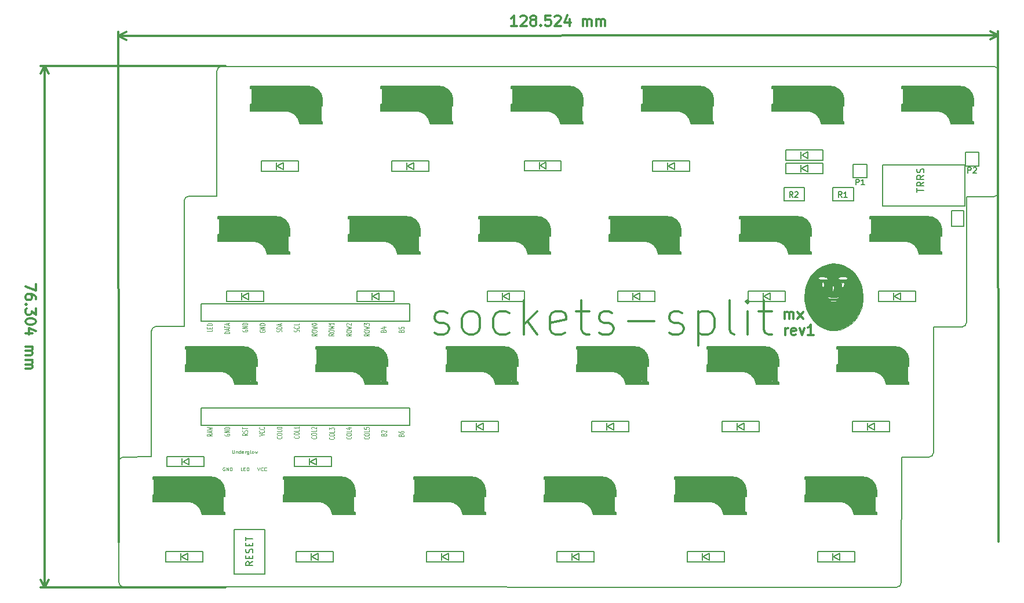
<source format=gbo>
G04 #@! TF.GenerationSoftware,KiCad,Pcbnew,(5.0.2)-1*
G04 #@! TF.CreationDate,2019-03-11T22:50:35+09:00*
G04 #@! TF.ProjectId,sockets-split,736f636b-6574-4732-9d73-706c69742e6b,1*
G04 #@! TF.SameCoordinates,Original*
G04 #@! TF.FileFunction,Legend,Top*
G04 #@! TF.FilePolarity,Positive*
%FSLAX46Y46*%
G04 Gerber Fmt 4.6, Leading zero omitted, Abs format (unit mm)*
G04 Created by KiCad (PCBNEW (5.0.2)-1) date 2019/03/11 22:50:35*
%MOMM*%
%LPD*%
G01*
G04 APERTURE LIST*
%ADD10C,0.300000*%
%ADD11C,0.200000*%
%ADD12C,0.100000*%
%ADD13C,0.150000*%
%ADD14C,0.400000*%
%ADD15C,0.500000*%
%ADD16C,1.000000*%
%ADD17C,3.500000*%
%ADD18C,3.000000*%
%ADD19C,0.800000*%
%ADD20C,0.010000*%
%ADD21C,0.125000*%
G04 APERTURE END LIST*
D10*
X149164499Y-46030594D02*
X148307357Y-46031272D01*
X148735928Y-46030933D02*
X148734742Y-44530934D01*
X148592054Y-44745332D01*
X148449310Y-44888302D01*
X148306510Y-44959844D01*
X149734855Y-44673000D02*
X149806227Y-44601515D01*
X149949028Y-44529974D01*
X150306170Y-44529691D01*
X150449084Y-44601007D01*
X150520569Y-44672379D01*
X150592110Y-44815180D01*
X150592223Y-44958037D01*
X150520964Y-45172379D01*
X149664499Y-46030199D01*
X150593070Y-46029465D01*
X151449535Y-45171645D02*
X151306622Y-45100329D01*
X151235137Y-45028957D01*
X151163595Y-44886156D01*
X151163539Y-44814728D01*
X151234854Y-44671814D01*
X151306226Y-44600329D01*
X151449027Y-44528788D01*
X151734741Y-44528562D01*
X151877655Y-44599878D01*
X151949140Y-44671250D01*
X152020681Y-44814050D01*
X152020738Y-44885479D01*
X151949422Y-45028392D01*
X151878050Y-45099877D01*
X151735249Y-45171419D01*
X151449535Y-45171645D01*
X151306735Y-45243186D01*
X151235363Y-45314671D01*
X151164047Y-45457585D01*
X151164273Y-45743299D01*
X151235814Y-45886100D01*
X151307299Y-45957472D01*
X151450213Y-46028787D01*
X151735927Y-46028562D01*
X151878728Y-45957020D01*
X151950100Y-45885535D01*
X152021415Y-45742621D01*
X152021189Y-45456907D01*
X151949648Y-45314107D01*
X151878163Y-45242735D01*
X151735249Y-45171419D01*
X152664385Y-45884970D02*
X152735870Y-45956342D01*
X152664498Y-46027827D01*
X152593013Y-45956455D01*
X152664385Y-45884970D01*
X152664498Y-46027827D01*
X154091883Y-44526699D02*
X153377598Y-44527263D01*
X153306734Y-45241605D01*
X153378106Y-45170120D01*
X153520907Y-45098579D01*
X153878049Y-45098296D01*
X154020963Y-45169612D01*
X154092448Y-45240984D01*
X154163989Y-45383785D01*
X154164272Y-45740927D01*
X154092956Y-45883841D01*
X154021584Y-45955326D01*
X153878783Y-46026868D01*
X153521641Y-46027150D01*
X153378727Y-45955834D01*
X153307242Y-45884462D01*
X154734853Y-44669048D02*
X154806225Y-44597563D01*
X154949026Y-44526021D01*
X155306169Y-44525739D01*
X155449082Y-44597054D01*
X155520567Y-44668426D01*
X155592109Y-44811227D01*
X155592222Y-44954084D01*
X155520963Y-45168426D01*
X154664498Y-46026246D01*
X155593069Y-46025512D01*
X156877992Y-45024496D02*
X156878783Y-46024496D01*
X156520398Y-44453350D02*
X156164102Y-45525061D01*
X157092673Y-45524327D01*
X158807353Y-46022971D02*
X158806563Y-45022972D01*
X158806676Y-45165829D02*
X158878048Y-45094344D01*
X159020849Y-45022802D01*
X159235134Y-45022633D01*
X159378048Y-45093949D01*
X159449589Y-45236749D01*
X159450210Y-46022463D01*
X159449589Y-45236749D02*
X159520905Y-45093836D01*
X159663705Y-45022294D01*
X159877991Y-45022125D01*
X160020905Y-45093440D01*
X160092446Y-45236241D01*
X160093067Y-46021955D01*
X160807353Y-46021390D02*
X160806562Y-45021391D01*
X160806675Y-45164248D02*
X160878047Y-45092763D01*
X161020848Y-45021221D01*
X161235134Y-45021052D01*
X161378047Y-45092368D01*
X161449589Y-45235168D01*
X161450210Y-46020882D01*
X161449589Y-45235168D02*
X161520904Y-45092255D01*
X161663705Y-45020713D01*
X161877990Y-45020544D01*
X162020904Y-45091859D01*
X162092446Y-45234660D01*
X162093067Y-46020374D01*
X90975050Y-47498023D02*
X219499050Y-47396423D01*
X91033600Y-121564400D02*
X90974586Y-46911603D01*
X219557600Y-121462800D02*
X219498586Y-46810003D01*
X219499050Y-47396423D02*
X218373010Y-47983734D01*
X219499050Y-47396423D02*
X218372083Y-46810893D01*
X90975050Y-47498023D02*
X92102017Y-48083553D01*
X90975050Y-47498023D02*
X92101090Y-46910712D01*
X78883828Y-83783902D02*
X78883828Y-84783902D01*
X77383828Y-84141045D01*
X78883828Y-85998188D02*
X78883828Y-85712474D01*
X78812400Y-85569617D01*
X78740971Y-85498188D01*
X78526685Y-85355331D01*
X78240971Y-85283902D01*
X77669542Y-85283902D01*
X77526685Y-85355331D01*
X77455257Y-85426759D01*
X77383828Y-85569617D01*
X77383828Y-85855331D01*
X77455257Y-85998188D01*
X77526685Y-86069617D01*
X77669542Y-86141045D01*
X78026685Y-86141045D01*
X78169542Y-86069617D01*
X78240971Y-85998188D01*
X78312400Y-85855331D01*
X78312400Y-85569617D01*
X78240971Y-85426759D01*
X78169542Y-85355331D01*
X78026685Y-85283902D01*
X77526685Y-86783902D02*
X77455257Y-86855331D01*
X77383828Y-86783902D01*
X77455257Y-86712474D01*
X77526685Y-86783902D01*
X77383828Y-86783902D01*
X78883828Y-87355331D02*
X78883828Y-88283902D01*
X78312400Y-87783902D01*
X78312400Y-87998188D01*
X78240971Y-88141045D01*
X78169542Y-88212474D01*
X78026685Y-88283902D01*
X77669542Y-88283902D01*
X77526685Y-88212474D01*
X77455257Y-88141045D01*
X77383828Y-87998188D01*
X77383828Y-87569617D01*
X77455257Y-87426759D01*
X77526685Y-87355331D01*
X78883828Y-89212474D02*
X78883828Y-89355331D01*
X78812400Y-89498188D01*
X78740971Y-89569617D01*
X78598114Y-89641045D01*
X78312400Y-89712474D01*
X77955257Y-89712474D01*
X77669542Y-89641045D01*
X77526685Y-89569617D01*
X77455257Y-89498188D01*
X77383828Y-89355331D01*
X77383828Y-89212474D01*
X77455257Y-89069617D01*
X77526685Y-88998188D01*
X77669542Y-88926759D01*
X77955257Y-88855331D01*
X78312400Y-88855331D01*
X78598114Y-88926759D01*
X78740971Y-88998188D01*
X78812400Y-89069617D01*
X78883828Y-89212474D01*
X78383828Y-90998188D02*
X77383828Y-90998188D01*
X78955257Y-90641045D02*
X77883828Y-90283902D01*
X77883828Y-91212474D01*
X77383828Y-92926759D02*
X78383828Y-92926759D01*
X78240971Y-92926759D02*
X78312400Y-92998188D01*
X78383828Y-93141045D01*
X78383828Y-93355331D01*
X78312400Y-93498188D01*
X78169542Y-93569617D01*
X77383828Y-93569617D01*
X78169542Y-93569617D02*
X78312400Y-93641045D01*
X78383828Y-93783902D01*
X78383828Y-93998188D01*
X78312400Y-94141045D01*
X78169542Y-94212474D01*
X77383828Y-94212474D01*
X77383828Y-94926759D02*
X78383828Y-94926759D01*
X78240971Y-94926759D02*
X78312400Y-94998188D01*
X78383828Y-95141045D01*
X78383828Y-95355331D01*
X78312400Y-95498188D01*
X78169542Y-95569617D01*
X77383828Y-95569617D01*
X78169542Y-95569617D02*
X78312400Y-95641045D01*
X78383828Y-95783902D01*
X78383828Y-95998188D01*
X78312400Y-96141045D01*
X78169542Y-96212474D01*
X77383828Y-96212474D01*
X80162400Y-51917600D02*
X80162400Y-128221635D01*
X106629200Y-51917600D02*
X79575979Y-51917600D01*
X106629200Y-128221635D02*
X79575979Y-128221635D01*
X80162400Y-128221635D02*
X79575979Y-127095131D01*
X80162400Y-128221635D02*
X80748821Y-127095131D01*
X80162400Y-51917600D02*
X79575979Y-53044104D01*
X80162400Y-51917600D02*
X80748821Y-53044104D01*
X188335600Y-88918171D02*
X188335600Y-87918171D01*
X188335600Y-88061028D02*
X188407028Y-87989600D01*
X188549885Y-87918171D01*
X188764171Y-87918171D01*
X188907028Y-87989600D01*
X188978457Y-88132457D01*
X188978457Y-88918171D01*
X188978457Y-88132457D02*
X189049885Y-87989600D01*
X189192742Y-87918171D01*
X189407028Y-87918171D01*
X189549885Y-87989600D01*
X189621314Y-88132457D01*
X189621314Y-88918171D01*
X190192742Y-88918171D02*
X190978457Y-87918171D01*
X190192742Y-87918171D02*
X190978457Y-88918171D01*
X188413485Y-91254971D02*
X188413485Y-90254971D01*
X188413485Y-90540685D02*
X188484914Y-90397828D01*
X188556342Y-90326400D01*
X188699200Y-90254971D01*
X188842057Y-90254971D01*
X189913485Y-91183542D02*
X189770628Y-91254971D01*
X189484914Y-91254971D01*
X189342057Y-91183542D01*
X189270628Y-91040685D01*
X189270628Y-90469257D01*
X189342057Y-90326400D01*
X189484914Y-90254971D01*
X189770628Y-90254971D01*
X189913485Y-90326400D01*
X189984914Y-90469257D01*
X189984914Y-90612114D01*
X189270628Y-90754971D01*
X190484914Y-90254971D02*
X190842057Y-91254971D01*
X191199200Y-90254971D01*
X192556342Y-91254971D02*
X191699200Y-91254971D01*
X192127771Y-91254971D02*
X192127771Y-89754971D01*
X191984914Y-89969257D01*
X191842057Y-90112114D01*
X191699200Y-90183542D01*
X137139238Y-90923809D02*
X137615428Y-91161904D01*
X138567809Y-91161904D01*
X139044000Y-90923809D01*
X139282095Y-90447619D01*
X139282095Y-90209523D01*
X139044000Y-89733333D01*
X138567809Y-89495238D01*
X137853523Y-89495238D01*
X137377333Y-89257142D01*
X137139238Y-88780952D01*
X137139238Y-88542857D01*
X137377333Y-88066666D01*
X137853523Y-87828571D01*
X138567809Y-87828571D01*
X139044000Y-88066666D01*
X142139238Y-91161904D02*
X141663047Y-90923809D01*
X141424952Y-90685714D01*
X141186857Y-90209523D01*
X141186857Y-88780952D01*
X141424952Y-88304761D01*
X141663047Y-88066666D01*
X142139238Y-87828571D01*
X142853523Y-87828571D01*
X143329714Y-88066666D01*
X143567809Y-88304761D01*
X143805904Y-88780952D01*
X143805904Y-90209523D01*
X143567809Y-90685714D01*
X143329714Y-90923809D01*
X142853523Y-91161904D01*
X142139238Y-91161904D01*
X148091619Y-90923809D02*
X147615428Y-91161904D01*
X146663047Y-91161904D01*
X146186857Y-90923809D01*
X145948761Y-90685714D01*
X145710666Y-90209523D01*
X145710666Y-88780952D01*
X145948761Y-88304761D01*
X146186857Y-88066666D01*
X146663047Y-87828571D01*
X147615428Y-87828571D01*
X148091619Y-88066666D01*
X150234476Y-91161904D02*
X150234476Y-86161904D01*
X150710666Y-89257142D02*
X152139238Y-91161904D01*
X152139238Y-87828571D02*
X150234476Y-89733333D01*
X156186857Y-90923809D02*
X155710666Y-91161904D01*
X154758285Y-91161904D01*
X154282095Y-90923809D01*
X154044000Y-90447619D01*
X154044000Y-88542857D01*
X154282095Y-88066666D01*
X154758285Y-87828571D01*
X155710666Y-87828571D01*
X156186857Y-88066666D01*
X156424952Y-88542857D01*
X156424952Y-89019047D01*
X154044000Y-89495238D01*
X157853523Y-87828571D02*
X159758285Y-87828571D01*
X158567809Y-86161904D02*
X158567809Y-90447619D01*
X158805904Y-90923809D01*
X159282095Y-91161904D01*
X159758285Y-91161904D01*
X161186857Y-90923809D02*
X161663047Y-91161904D01*
X162615428Y-91161904D01*
X163091619Y-90923809D01*
X163329714Y-90447619D01*
X163329714Y-90209523D01*
X163091619Y-89733333D01*
X162615428Y-89495238D01*
X161901142Y-89495238D01*
X161424952Y-89257142D01*
X161186857Y-88780952D01*
X161186857Y-88542857D01*
X161424952Y-88066666D01*
X161901142Y-87828571D01*
X162615428Y-87828571D01*
X163091619Y-88066666D01*
X165472571Y-89257142D02*
X169282095Y-89257142D01*
X171424952Y-90923809D02*
X171901142Y-91161904D01*
X172853523Y-91161904D01*
X173329714Y-90923809D01*
X173567809Y-90447619D01*
X173567809Y-90209523D01*
X173329714Y-89733333D01*
X172853523Y-89495238D01*
X172139238Y-89495238D01*
X171663047Y-89257142D01*
X171424952Y-88780952D01*
X171424952Y-88542857D01*
X171663047Y-88066666D01*
X172139238Y-87828571D01*
X172853523Y-87828571D01*
X173329714Y-88066666D01*
X175710666Y-87828571D02*
X175710666Y-92828571D01*
X175710666Y-88066666D02*
X176186857Y-87828571D01*
X177139238Y-87828571D01*
X177615428Y-88066666D01*
X177853523Y-88304761D01*
X178091619Y-88780952D01*
X178091619Y-90209523D01*
X177853523Y-90685714D01*
X177615428Y-90923809D01*
X177139238Y-91161904D01*
X176186857Y-91161904D01*
X175710666Y-90923809D01*
X180948761Y-91161904D02*
X180472571Y-90923809D01*
X180234476Y-90447619D01*
X180234476Y-86161904D01*
X182853523Y-91161904D02*
X182853523Y-87828571D01*
X182853523Y-86161904D02*
X182615428Y-86400000D01*
X182853523Y-86638095D01*
X183091619Y-86400000D01*
X182853523Y-86161904D01*
X182853523Y-86638095D01*
X184520190Y-87828571D02*
X186424952Y-87828571D01*
X185234476Y-86161904D02*
X185234476Y-90447619D01*
X185472571Y-90923809D01*
X185948761Y-91161904D01*
X186424952Y-91161904D01*
D11*
X210058000Y-108458000D02*
G75*
G02X209397600Y-109118400I-660400J0D01*
G01*
X214884000Y-89408000D02*
G75*
G02X214223600Y-90068400I-660400J0D01*
G01*
X219557600Y-70358000D02*
G75*
G02X218897200Y-71018400I-660400J0D01*
G01*
X218897200Y-51968400D02*
G75*
G02X219557600Y-52628800I0J-660400D01*
G01*
X105359200Y-52628800D02*
G75*
G02X106019600Y-51968400I660400J0D01*
G01*
X100584000Y-71628000D02*
G75*
G02X101244400Y-70967600I660400J0D01*
G01*
X91033600Y-109778800D02*
G75*
G02X91694000Y-109118400I660400J0D01*
G01*
X95808800Y-90678000D02*
G75*
G02X96469200Y-90017600I660400J0D01*
G01*
X205333600Y-127508000D02*
G75*
G02X204673200Y-128168400I-660400J0D01*
G01*
X91694000Y-128117600D02*
G75*
G02X91033600Y-127457200I0J660400D01*
G01*
X91033600Y-109728000D02*
X91033600Y-127406400D01*
X95808800Y-109067600D02*
X91694000Y-109118400D01*
X95808800Y-90627200D02*
X95808800Y-109067600D01*
X100584000Y-90017600D02*
X96418400Y-90017600D01*
X100584000Y-71628000D02*
X100584000Y-90017600D01*
X105359200Y-70967600D02*
X101244400Y-70967600D01*
X105359200Y-52628800D02*
X105359200Y-70967600D01*
X218897200Y-51968400D02*
X106019600Y-51968400D01*
X219557600Y-70408800D02*
X219557600Y-52628800D01*
X214884000Y-71018400D02*
X218897200Y-71018400D01*
X214884000Y-89408000D02*
X214884000Y-71018400D01*
X210058000Y-90068400D02*
X214274400Y-90068400D01*
X210058000Y-108458000D02*
X210058000Y-90068400D01*
X205384400Y-109118400D02*
X209397600Y-109118400D01*
X205333600Y-127508000D02*
X205384400Y-109118400D01*
X91694000Y-128117600D02*
X204673200Y-128168400D01*
D12*
X111296533Y-110622590D02*
X111463200Y-111122590D01*
X111629866Y-110622590D01*
X112082247Y-111074971D02*
X112058438Y-111098780D01*
X111987009Y-111122590D01*
X111939390Y-111122590D01*
X111867961Y-111098780D01*
X111820342Y-111051161D01*
X111796533Y-111003542D01*
X111772723Y-110908304D01*
X111772723Y-110836876D01*
X111796533Y-110741638D01*
X111820342Y-110694019D01*
X111867961Y-110646400D01*
X111939390Y-110622590D01*
X111987009Y-110622590D01*
X112058438Y-110646400D01*
X112082247Y-110670209D01*
X112582247Y-111074971D02*
X112558438Y-111098780D01*
X112487009Y-111122590D01*
X112439390Y-111122590D01*
X112367961Y-111098780D01*
X112320342Y-111051161D01*
X112296533Y-111003542D01*
X112272723Y-110908304D01*
X112272723Y-110836876D01*
X112296533Y-110741638D01*
X112320342Y-110694019D01*
X112367961Y-110646400D01*
X112439390Y-110622590D01*
X112487009Y-110622590D01*
X112558438Y-110646400D01*
X112582247Y-110670209D01*
X109101771Y-111122590D02*
X108863676Y-111122590D01*
X108863676Y-110622590D01*
X109268438Y-110860685D02*
X109435104Y-110860685D01*
X109506533Y-111122590D02*
X109268438Y-111122590D01*
X109268438Y-110622590D01*
X109506533Y-110622590D01*
X109720819Y-111122590D02*
X109720819Y-110622590D01*
X109839866Y-110622590D01*
X109911295Y-110646400D01*
X109958914Y-110694019D01*
X109982723Y-110741638D01*
X110006533Y-110836876D01*
X110006533Y-110908304D01*
X109982723Y-111003542D01*
X109958914Y-111051161D01*
X109911295Y-111098780D01*
X109839866Y-111122590D01*
X109720819Y-111122590D01*
X106502247Y-110646400D02*
X106454628Y-110622590D01*
X106383200Y-110622590D01*
X106311771Y-110646400D01*
X106264152Y-110694019D01*
X106240342Y-110741638D01*
X106216533Y-110836876D01*
X106216533Y-110908304D01*
X106240342Y-111003542D01*
X106264152Y-111051161D01*
X106311771Y-111098780D01*
X106383200Y-111122590D01*
X106430819Y-111122590D01*
X106502247Y-111098780D01*
X106526057Y-111074971D01*
X106526057Y-110908304D01*
X106430819Y-110908304D01*
X106740342Y-111122590D02*
X106740342Y-110622590D01*
X107026057Y-111122590D01*
X107026057Y-110622590D01*
X107264152Y-111122590D02*
X107264152Y-110622590D01*
X107383200Y-110622590D01*
X107454628Y-110646400D01*
X107502247Y-110694019D01*
X107526057Y-110741638D01*
X107549866Y-110836876D01*
X107549866Y-110908304D01*
X107526057Y-111003542D01*
X107502247Y-111051161D01*
X107454628Y-111098780D01*
X107383200Y-111122590D01*
X107264152Y-111122590D01*
D13*
G04 #@! TO.C,*
X214452200Y-75369420D02*
X212674200Y-75369420D01*
X214452200Y-73083420D02*
X214452200Y-75369420D01*
X212674200Y-73083420D02*
X214452200Y-73083420D01*
X212674200Y-75369420D02*
X212674200Y-73083420D01*
D14*
G04 #@! TO.C,SW18*
X177146500Y-95668000D02*
X177146500Y-96368000D01*
X177146500Y-93168000D02*
X178546500Y-93168000D01*
D15*
X187246500Y-98268000D02*
X184546500Y-98268000D01*
D16*
X184562818Y-98046529D02*
G75*
G03X182346500Y-96168000I-2151318J-291471D01*
G01*
D13*
X176946500Y-93318000D02*
X176946500Y-92968000D01*
X187446501Y-94868000D02*
G75*
G03X185346500Y-92967999I-2000001J-100000D01*
G01*
X184162818Y-98446529D02*
G75*
G03X181946500Y-96568000I-2151318J-291471D01*
G01*
X176946500Y-92968000D02*
X185346500Y-92967999D01*
X181946500Y-96568000D02*
X176946500Y-96568000D01*
X187446500Y-98468000D02*
X184166500Y-98468000D01*
X187446500Y-94868000D02*
X187446500Y-95868000D01*
X187446500Y-98468000D02*
X187446500Y-98108000D01*
X187246500Y-98108000D02*
X187446500Y-98108000D01*
X187216500Y-95868000D02*
X187216500Y-98108000D01*
X187446500Y-95868000D02*
X187246500Y-95868000D01*
X177146500Y-93318000D02*
X176946500Y-93318000D01*
X177166500Y-95568000D02*
X177166500Y-93318000D01*
X176946500Y-95568000D02*
X177146500Y-95568000D01*
X176946500Y-96568000D02*
X176946500Y-95568000D01*
D17*
X178946500Y-94768000D02*
X185646500Y-94768000D01*
D16*
X177646500Y-93568000D02*
X177646500Y-96068000D01*
D15*
X177246500Y-96268000D02*
X178646500Y-96268000D01*
D18*
X185716500Y-94468000D02*
X185716500Y-96708000D01*
D19*
X186846500Y-97968000D02*
X186846500Y-96168000D01*
D10*
X187346499Y-95768000D02*
X187346500Y-94868001D01*
D14*
G04 #@! TO.C,SW25*
X191434000Y-114718000D02*
X191434000Y-115418000D01*
X191434000Y-112218000D02*
X192834000Y-112218000D01*
D15*
X201534000Y-117318000D02*
X198834000Y-117318000D01*
D16*
X198850318Y-117096529D02*
G75*
G03X196634000Y-115218000I-2151318J-291471D01*
G01*
D13*
X191234000Y-112368000D02*
X191234000Y-112018000D01*
X201734001Y-113918000D02*
G75*
G03X199634000Y-112017999I-2000001J-100000D01*
G01*
X198450318Y-117496529D02*
G75*
G03X196234000Y-115618000I-2151318J-291471D01*
G01*
X191234000Y-112018000D02*
X199634000Y-112017999D01*
X196234000Y-115618000D02*
X191234000Y-115618000D01*
X201734000Y-117518000D02*
X198454000Y-117518000D01*
X201734000Y-113918000D02*
X201734000Y-114918000D01*
X201734000Y-117518000D02*
X201734000Y-117158000D01*
X201534000Y-117158000D02*
X201734000Y-117158000D01*
X201504000Y-114918000D02*
X201504000Y-117158000D01*
X201734000Y-114918000D02*
X201534000Y-114918000D01*
X191434000Y-112368000D02*
X191234000Y-112368000D01*
X191454000Y-114618000D02*
X191454000Y-112368000D01*
X191234000Y-114618000D02*
X191434000Y-114618000D01*
X191234000Y-115618000D02*
X191234000Y-114618000D01*
D17*
X193234000Y-113818000D02*
X199934000Y-113818000D01*
D16*
X191934000Y-112618000D02*
X191934000Y-115118000D01*
D15*
X191534000Y-115318000D02*
X192934000Y-115318000D01*
D18*
X200004000Y-113518000D02*
X200004000Y-115758000D01*
D19*
X201134000Y-117018000D02*
X201134000Y-115218000D01*
D10*
X201633999Y-114818000D02*
X201634000Y-113918001D01*
D13*
G04 #@! TO.C,D1*
X117254000Y-67298000D02*
X117254000Y-65798000D01*
X111854000Y-67298000D02*
X117254000Y-67298000D01*
X111854000Y-65798000D02*
X111854000Y-67298000D01*
X117254000Y-65798000D02*
X111854000Y-65798000D01*
X114054000Y-66048000D02*
X114054000Y-67048000D01*
X115054000Y-67048000D02*
X114154000Y-66548000D01*
X115054000Y-66048000D02*
X115054000Y-67048000D01*
X114154000Y-66548000D02*
X115054000Y-66048000D01*
G04 #@! TO.C,D2*
X133204000Y-66548000D02*
X134104000Y-66048000D01*
X134104000Y-66048000D02*
X134104000Y-67048000D01*
X134104000Y-67048000D02*
X133204000Y-66548000D01*
X133104000Y-66048000D02*
X133104000Y-67048000D01*
X136304000Y-65798000D02*
X130904000Y-65798000D01*
X130904000Y-65798000D02*
X130904000Y-67298000D01*
X130904000Y-67298000D02*
X136304000Y-67298000D01*
X136304000Y-67298000D02*
X136304000Y-65798000D01*
G04 #@! TO.C,D3*
X152558800Y-66497200D02*
X153458800Y-65997200D01*
X153458800Y-65997200D02*
X153458800Y-66997200D01*
X153458800Y-66997200D02*
X152558800Y-66497200D01*
X152458800Y-65997200D02*
X152458800Y-66997200D01*
X155658800Y-65747200D02*
X150258800Y-65747200D01*
X150258800Y-65747200D02*
X150258800Y-67247200D01*
X150258800Y-67247200D02*
X155658800Y-67247200D01*
X155658800Y-67247200D02*
X155658800Y-65747200D01*
G04 #@! TO.C,D4*
X174404000Y-67298000D02*
X174404000Y-65798000D01*
X169004000Y-67298000D02*
X174404000Y-67298000D01*
X169004000Y-65798000D02*
X169004000Y-67298000D01*
X174404000Y-65798000D02*
X169004000Y-65798000D01*
X171204000Y-66048000D02*
X171204000Y-67048000D01*
X172204000Y-67048000D02*
X171304000Y-66548000D01*
X172204000Y-66048000D02*
X172204000Y-67048000D01*
X171304000Y-66548000D02*
X172204000Y-66048000D01*
G04 #@! TO.C,D5*
X193911200Y-65672400D02*
X193911200Y-64172400D01*
X188511200Y-65672400D02*
X193911200Y-65672400D01*
X188511200Y-64172400D02*
X188511200Y-65672400D01*
X193911200Y-64172400D02*
X188511200Y-64172400D01*
X190711200Y-64422400D02*
X190711200Y-65422400D01*
X191711200Y-65422400D02*
X190811200Y-64922400D01*
X191711200Y-64422400D02*
X191711200Y-65422400D01*
X190811200Y-64922400D02*
X191711200Y-64422400D01*
G04 #@! TO.C,D6*
X190760400Y-66903600D02*
X191660400Y-66403600D01*
X191660400Y-66403600D02*
X191660400Y-67403600D01*
X191660400Y-67403600D02*
X190760400Y-66903600D01*
X190660400Y-66403600D02*
X190660400Y-67403600D01*
X193860400Y-66153600D02*
X188460400Y-66153600D01*
X188460400Y-66153600D02*
X188460400Y-67653600D01*
X188460400Y-67653600D02*
X193860400Y-67653600D01*
X193860400Y-67653600D02*
X193860400Y-66153600D01*
G04 #@! TO.C,D7*
X112174000Y-86348000D02*
X112174000Y-84848000D01*
X106774000Y-86348000D02*
X112174000Y-86348000D01*
X106774000Y-84848000D02*
X106774000Y-86348000D01*
X112174000Y-84848000D02*
X106774000Y-84848000D01*
X108974000Y-85098000D02*
X108974000Y-86098000D01*
X109974000Y-86098000D02*
X109074000Y-85598000D01*
X109974000Y-85098000D02*
X109974000Y-86098000D01*
X109074000Y-85598000D02*
X109974000Y-85098000D01*
G04 #@! TO.C,D8*
X128124000Y-85598000D02*
X129024000Y-85098000D01*
X129024000Y-85098000D02*
X129024000Y-86098000D01*
X129024000Y-86098000D02*
X128124000Y-85598000D01*
X128024000Y-85098000D02*
X128024000Y-86098000D01*
X131224000Y-84848000D02*
X125824000Y-84848000D01*
X125824000Y-84848000D02*
X125824000Y-86348000D01*
X125824000Y-86348000D02*
X131224000Y-86348000D01*
X131224000Y-86348000D02*
X131224000Y-84848000D01*
G04 #@! TO.C,D9*
X147174000Y-85598000D02*
X148074000Y-85098000D01*
X148074000Y-85098000D02*
X148074000Y-86098000D01*
X148074000Y-86098000D02*
X147174000Y-85598000D01*
X147074000Y-85098000D02*
X147074000Y-86098000D01*
X150274000Y-84848000D02*
X144874000Y-84848000D01*
X144874000Y-84848000D02*
X144874000Y-86348000D01*
X144874000Y-86348000D02*
X150274000Y-86348000D01*
X150274000Y-86348000D02*
X150274000Y-84848000D01*
G04 #@! TO.C,D10*
X169324000Y-86348000D02*
X169324000Y-84848000D01*
X163924000Y-86348000D02*
X169324000Y-86348000D01*
X163924000Y-84848000D02*
X163924000Y-86348000D01*
X169324000Y-84848000D02*
X163924000Y-84848000D01*
X166124000Y-85098000D02*
X166124000Y-86098000D01*
X167124000Y-86098000D02*
X166224000Y-85598000D01*
X167124000Y-85098000D02*
X167124000Y-86098000D01*
X166224000Y-85598000D02*
X167124000Y-85098000D01*
G04 #@! TO.C,D11*
X188374000Y-86348000D02*
X188374000Y-84848000D01*
X182974000Y-86348000D02*
X188374000Y-86348000D01*
X182974000Y-84848000D02*
X182974000Y-86348000D01*
X188374000Y-84848000D02*
X182974000Y-84848000D01*
X185174000Y-85098000D02*
X185174000Y-86098000D01*
X186174000Y-86098000D02*
X185274000Y-85598000D01*
X186174000Y-85098000D02*
X186174000Y-86098000D01*
X185274000Y-85598000D02*
X186174000Y-85098000D01*
G04 #@! TO.C,D12*
X204324000Y-85598000D02*
X205224000Y-85098000D01*
X205224000Y-85098000D02*
X205224000Y-86098000D01*
X205224000Y-86098000D02*
X204324000Y-85598000D01*
X204224000Y-85098000D02*
X204224000Y-86098000D01*
X207424000Y-84848000D02*
X202024000Y-84848000D01*
X202024000Y-84848000D02*
X202024000Y-86348000D01*
X202024000Y-86348000D02*
X207424000Y-86348000D01*
X207424000Y-86348000D02*
X207424000Y-84848000D01*
G04 #@! TO.C,D13*
X100387200Y-109778800D02*
X101287200Y-109278800D01*
X101287200Y-109278800D02*
X101287200Y-110278800D01*
X101287200Y-110278800D02*
X100387200Y-109778800D01*
X100287200Y-109278800D02*
X100287200Y-110278800D01*
X103487200Y-109028800D02*
X98087200Y-109028800D01*
X98087200Y-109028800D02*
X98087200Y-110528800D01*
X98087200Y-110528800D02*
X103487200Y-110528800D01*
X103487200Y-110528800D02*
X103487200Y-109028800D01*
G04 #@! TO.C,D14*
X122080000Y-110528800D02*
X122080000Y-109028800D01*
X116680000Y-110528800D02*
X122080000Y-110528800D01*
X116680000Y-109028800D02*
X116680000Y-110528800D01*
X122080000Y-109028800D02*
X116680000Y-109028800D01*
X118880000Y-109278800D02*
X118880000Y-110278800D01*
X119880000Y-110278800D02*
X118980000Y-109778800D01*
X119880000Y-109278800D02*
X119880000Y-110278800D01*
X118980000Y-109778800D02*
X119880000Y-109278800D01*
G04 #@! TO.C,D15*
X143364000Y-104648000D02*
X144264000Y-104148000D01*
X144264000Y-104148000D02*
X144264000Y-105148000D01*
X144264000Y-105148000D02*
X143364000Y-104648000D01*
X143264000Y-104148000D02*
X143264000Y-105148000D01*
X146464000Y-103898000D02*
X141064000Y-103898000D01*
X141064000Y-103898000D02*
X141064000Y-105398000D01*
X141064000Y-105398000D02*
X146464000Y-105398000D01*
X146464000Y-105398000D02*
X146464000Y-103898000D01*
G04 #@! TO.C,D16*
X165514000Y-105398000D02*
X165514000Y-103898000D01*
X160114000Y-105398000D02*
X165514000Y-105398000D01*
X160114000Y-103898000D02*
X160114000Y-105398000D01*
X165514000Y-103898000D02*
X160114000Y-103898000D01*
X162314000Y-104148000D02*
X162314000Y-105148000D01*
X163314000Y-105148000D02*
X162414000Y-104648000D01*
X163314000Y-104148000D02*
X163314000Y-105148000D01*
X162414000Y-104648000D02*
X163314000Y-104148000D01*
G04 #@! TO.C,D17*
X181464000Y-104648000D02*
X182364000Y-104148000D01*
X182364000Y-104148000D02*
X182364000Y-105148000D01*
X182364000Y-105148000D02*
X181464000Y-104648000D01*
X181364000Y-104148000D02*
X181364000Y-105148000D01*
X184564000Y-103898000D02*
X179164000Y-103898000D01*
X179164000Y-103898000D02*
X179164000Y-105398000D01*
X179164000Y-105398000D02*
X184564000Y-105398000D01*
X184564000Y-105398000D02*
X184564000Y-103898000D01*
G04 #@! TO.C,D18*
X203614000Y-105398000D02*
X203614000Y-103898000D01*
X198214000Y-105398000D02*
X203614000Y-105398000D01*
X198214000Y-103898000D02*
X198214000Y-105398000D01*
X203614000Y-103898000D02*
X198214000Y-103898000D01*
X200414000Y-104148000D02*
X200414000Y-105148000D01*
X201414000Y-105148000D02*
X200514000Y-104648000D01*
X201414000Y-104148000D02*
X201414000Y-105148000D01*
X200514000Y-104648000D02*
X201414000Y-104148000D01*
G04 #@! TO.C,D19*
X100184000Y-123698000D02*
X101084000Y-123198000D01*
X101084000Y-123198000D02*
X101084000Y-124198000D01*
X101084000Y-124198000D02*
X100184000Y-123698000D01*
X100084000Y-123198000D02*
X100084000Y-124198000D01*
X103284000Y-122948000D02*
X97884000Y-122948000D01*
X97884000Y-122948000D02*
X97884000Y-124448000D01*
X97884000Y-124448000D02*
X103284000Y-124448000D01*
X103284000Y-124448000D02*
X103284000Y-122948000D01*
G04 #@! TO.C,D20*
X122334000Y-124448000D02*
X122334000Y-122948000D01*
X116934000Y-124448000D02*
X122334000Y-124448000D01*
X116934000Y-122948000D02*
X116934000Y-124448000D01*
X122334000Y-122948000D02*
X116934000Y-122948000D01*
X119134000Y-123198000D02*
X119134000Y-124198000D01*
X120134000Y-124198000D02*
X119234000Y-123698000D01*
X120134000Y-123198000D02*
X120134000Y-124198000D01*
X119234000Y-123698000D02*
X120134000Y-123198000D01*
G04 #@! TO.C,D21*
X138284000Y-123698000D02*
X139184000Y-123198000D01*
X139184000Y-123198000D02*
X139184000Y-124198000D01*
X139184000Y-124198000D02*
X138284000Y-123698000D01*
X138184000Y-123198000D02*
X138184000Y-124198000D01*
X141384000Y-122948000D02*
X135984000Y-122948000D01*
X135984000Y-122948000D02*
X135984000Y-124448000D01*
X135984000Y-124448000D02*
X141384000Y-124448000D01*
X141384000Y-124448000D02*
X141384000Y-122948000D01*
G04 #@! TO.C,D22*
X160434000Y-124448000D02*
X160434000Y-122948000D01*
X155034000Y-124448000D02*
X160434000Y-124448000D01*
X155034000Y-122948000D02*
X155034000Y-124448000D01*
X160434000Y-122948000D02*
X155034000Y-122948000D01*
X157234000Y-123198000D02*
X157234000Y-124198000D01*
X158234000Y-124198000D02*
X157334000Y-123698000D01*
X158234000Y-123198000D02*
X158234000Y-124198000D01*
X157334000Y-123698000D02*
X158234000Y-123198000D01*
G04 #@! TO.C,D23*
X176384000Y-123698000D02*
X177284000Y-123198000D01*
X177284000Y-123198000D02*
X177284000Y-124198000D01*
X177284000Y-124198000D02*
X176384000Y-123698000D01*
X176284000Y-123198000D02*
X176284000Y-124198000D01*
X179484000Y-122948000D02*
X174084000Y-122948000D01*
X174084000Y-122948000D02*
X174084000Y-124448000D01*
X174084000Y-124448000D02*
X179484000Y-124448000D01*
X179484000Y-124448000D02*
X179484000Y-122948000D01*
G04 #@! TO.C,D24*
X198534000Y-124448000D02*
X198534000Y-122948000D01*
X193134000Y-124448000D02*
X198534000Y-124448000D01*
X193134000Y-122948000D02*
X193134000Y-124448000D01*
X198534000Y-122948000D02*
X193134000Y-122948000D01*
X195334000Y-123198000D02*
X195334000Y-124198000D01*
X196334000Y-124198000D02*
X195434000Y-123698000D01*
X196334000Y-123198000D02*
X196334000Y-124198000D01*
X195434000Y-123698000D02*
X196334000Y-123198000D01*
G04 #@! TO.C,J2*
X214634000Y-66364201D02*
X214634000Y-72364201D01*
X214634000Y-72364201D02*
X202634000Y-72364201D01*
X202634000Y-72364201D02*
X202634000Y-66364201D01*
X202634000Y-66364201D02*
X214634000Y-66364201D01*
G04 #@! TO.C,P1*
X200339200Y-66259200D02*
X198339200Y-66259200D01*
X200339200Y-68259200D02*
X200339200Y-66259200D01*
X198339200Y-68259200D02*
X200339200Y-68259200D01*
X198339200Y-66259200D02*
X198339200Y-68259200D01*
G04 #@! TO.C,P2*
X214696800Y-64532000D02*
X214696800Y-66532000D01*
X214696800Y-66532000D02*
X216696800Y-66532000D01*
X216696800Y-66532000D02*
X216696800Y-64532000D01*
X216696800Y-64532000D02*
X214696800Y-64532000D01*
G04 #@! TO.C,R1*
X195348860Y-71663560D02*
X198351140Y-71663560D01*
X195348860Y-69662040D02*
X195348860Y-71663560D01*
X198351140Y-69662040D02*
X195348860Y-69662040D01*
X198351140Y-71663560D02*
X198351140Y-69662040D01*
G04 #@! TO.C,R2*
X191188340Y-71663560D02*
X191188340Y-69662040D01*
X191188340Y-69662040D02*
X188186060Y-69662040D01*
X188186060Y-69662040D02*
X188186060Y-71663560D01*
X188186060Y-71663560D02*
X191188340Y-71663560D01*
G04 #@! TO.C,SW1*
X112393471Y-119715648D02*
X107893471Y-119715648D01*
X107893471Y-119715648D02*
X107893471Y-126215648D01*
X107893471Y-126215648D02*
X112393471Y-126215648D01*
X112393471Y-126215648D02*
X112393471Y-119715648D01*
D14*
G04 #@! TO.C,SW2*
X110471500Y-57568000D02*
X110471500Y-58268000D01*
X110471500Y-55068000D02*
X111871500Y-55068000D01*
D15*
X120571500Y-60168000D02*
X117871500Y-60168000D01*
D16*
X117887818Y-59946529D02*
G75*
G03X115671500Y-58068000I-2151318J-291471D01*
G01*
D13*
X110271500Y-55218000D02*
X110271500Y-54868000D01*
X120771501Y-56768000D02*
G75*
G03X118671500Y-54867999I-2000001J-100000D01*
G01*
X117487818Y-60346529D02*
G75*
G03X115271500Y-58468000I-2151318J-291471D01*
G01*
X110271500Y-54868000D02*
X118671500Y-54867999D01*
X115271500Y-58468000D02*
X110271500Y-58468000D01*
X120771500Y-60368000D02*
X117491500Y-60368000D01*
X120771500Y-56768000D02*
X120771500Y-57768000D01*
X120771500Y-60368000D02*
X120771500Y-60008000D01*
X120571500Y-60008000D02*
X120771500Y-60008000D01*
X120541500Y-57768000D02*
X120541500Y-60008000D01*
X120771500Y-57768000D02*
X120571500Y-57768000D01*
X110471500Y-55218000D02*
X110271500Y-55218000D01*
X110491500Y-57468000D02*
X110491500Y-55218000D01*
X110271500Y-57468000D02*
X110471500Y-57468000D01*
X110271500Y-58468000D02*
X110271500Y-57468000D01*
D17*
X112271500Y-56668000D02*
X118971500Y-56668000D01*
D16*
X110971500Y-55468000D02*
X110971500Y-57968000D01*
D15*
X110571500Y-58168000D02*
X111971500Y-58168000D01*
D18*
X119041500Y-56368000D02*
X119041500Y-58608000D01*
D19*
X120171500Y-59868000D02*
X120171500Y-58068000D01*
D10*
X120671499Y-57668000D02*
X120671500Y-56768001D01*
G04 #@! TO.C,SW3*
X139721499Y-57668000D02*
X139721500Y-56768001D01*
D19*
X139221500Y-59868000D02*
X139221500Y-58068000D01*
D18*
X138091500Y-56368000D02*
X138091500Y-58608000D01*
D15*
X129621500Y-58168000D02*
X131021500Y-58168000D01*
D16*
X130021500Y-55468000D02*
X130021500Y-57968000D01*
D17*
X131321500Y-56668000D02*
X138021500Y-56668000D01*
D13*
X129321500Y-58468000D02*
X129321500Y-57468000D01*
X129321500Y-57468000D02*
X129521500Y-57468000D01*
X129541500Y-57468000D02*
X129541500Y-55218000D01*
X129521500Y-55218000D02*
X129321500Y-55218000D01*
X139821500Y-57768000D02*
X139621500Y-57768000D01*
X139591500Y-57768000D02*
X139591500Y-60008000D01*
X139621500Y-60008000D02*
X139821500Y-60008000D01*
X139821500Y-60368000D02*
X139821500Y-60008000D01*
X139821500Y-56768000D02*
X139821500Y-57768000D01*
X139821500Y-60368000D02*
X136541500Y-60368000D01*
X134321500Y-58468000D02*
X129321500Y-58468000D01*
X129321500Y-54868000D02*
X137721500Y-54867999D01*
X136537818Y-60346529D02*
G75*
G03X134321500Y-58468000I-2151318J-291471D01*
G01*
X139821501Y-56768000D02*
G75*
G03X137721500Y-54867999I-2000001J-100000D01*
G01*
X129321500Y-55218000D02*
X129321500Y-54868000D01*
D16*
X136937818Y-59946529D02*
G75*
G03X134721500Y-58068000I-2151318J-291471D01*
G01*
D15*
X139621500Y-60168000D02*
X136921500Y-60168000D01*
D14*
X129521500Y-55068000D02*
X130921500Y-55068000D01*
X129521500Y-57568000D02*
X129521500Y-58268000D01*
G04 #@! TO.C,SW4*
X148571500Y-57568000D02*
X148571500Y-58268000D01*
X148571500Y-55068000D02*
X149971500Y-55068000D01*
D15*
X158671500Y-60168000D02*
X155971500Y-60168000D01*
D16*
X155987818Y-59946529D02*
G75*
G03X153771500Y-58068000I-2151318J-291471D01*
G01*
D13*
X148371500Y-55218000D02*
X148371500Y-54868000D01*
X158871501Y-56768000D02*
G75*
G03X156771500Y-54867999I-2000001J-100000D01*
G01*
X155587818Y-60346529D02*
G75*
G03X153371500Y-58468000I-2151318J-291471D01*
G01*
X148371500Y-54868000D02*
X156771500Y-54867999D01*
X153371500Y-58468000D02*
X148371500Y-58468000D01*
X158871500Y-60368000D02*
X155591500Y-60368000D01*
X158871500Y-56768000D02*
X158871500Y-57768000D01*
X158871500Y-60368000D02*
X158871500Y-60008000D01*
X158671500Y-60008000D02*
X158871500Y-60008000D01*
X158641500Y-57768000D02*
X158641500Y-60008000D01*
X158871500Y-57768000D02*
X158671500Y-57768000D01*
X148571500Y-55218000D02*
X148371500Y-55218000D01*
X148591500Y-57468000D02*
X148591500Y-55218000D01*
X148371500Y-57468000D02*
X148571500Y-57468000D01*
X148371500Y-58468000D02*
X148371500Y-57468000D01*
D17*
X150371500Y-56668000D02*
X157071500Y-56668000D01*
D16*
X149071500Y-55468000D02*
X149071500Y-57968000D01*
D15*
X148671500Y-58168000D02*
X150071500Y-58168000D01*
D18*
X157141500Y-56368000D02*
X157141500Y-58608000D01*
D19*
X158271500Y-59868000D02*
X158271500Y-58068000D01*
D10*
X158771499Y-57668000D02*
X158771500Y-56768001D01*
G04 #@! TO.C,SW5*
X177821499Y-57668000D02*
X177821500Y-56768001D01*
D19*
X177321500Y-59868000D02*
X177321500Y-58068000D01*
D18*
X176191500Y-56368000D02*
X176191500Y-58608000D01*
D15*
X167721500Y-58168000D02*
X169121500Y-58168000D01*
D16*
X168121500Y-55468000D02*
X168121500Y-57968000D01*
D17*
X169421500Y-56668000D02*
X176121500Y-56668000D01*
D13*
X167421500Y-58468000D02*
X167421500Y-57468000D01*
X167421500Y-57468000D02*
X167621500Y-57468000D01*
X167641500Y-57468000D02*
X167641500Y-55218000D01*
X167621500Y-55218000D02*
X167421500Y-55218000D01*
X177921500Y-57768000D02*
X177721500Y-57768000D01*
X177691500Y-57768000D02*
X177691500Y-60008000D01*
X177721500Y-60008000D02*
X177921500Y-60008000D01*
X177921500Y-60368000D02*
X177921500Y-60008000D01*
X177921500Y-56768000D02*
X177921500Y-57768000D01*
X177921500Y-60368000D02*
X174641500Y-60368000D01*
X172421500Y-58468000D02*
X167421500Y-58468000D01*
X167421500Y-54868000D02*
X175821500Y-54867999D01*
X174637818Y-60346529D02*
G75*
G03X172421500Y-58468000I-2151318J-291471D01*
G01*
X177921501Y-56768000D02*
G75*
G03X175821500Y-54867999I-2000001J-100000D01*
G01*
X167421500Y-55218000D02*
X167421500Y-54868000D01*
D16*
X175037818Y-59946529D02*
G75*
G03X172821500Y-58068000I-2151318J-291471D01*
G01*
D15*
X177721500Y-60168000D02*
X175021500Y-60168000D01*
D14*
X167621500Y-55068000D02*
X169021500Y-55068000D01*
X167621500Y-57568000D02*
X167621500Y-58268000D01*
D10*
G04 #@! TO.C,SW6*
X196871499Y-57668000D02*
X196871500Y-56768001D01*
D19*
X196371500Y-59868000D02*
X196371500Y-58068000D01*
D18*
X195241500Y-56368000D02*
X195241500Y-58608000D01*
D15*
X186771500Y-58168000D02*
X188171500Y-58168000D01*
D16*
X187171500Y-55468000D02*
X187171500Y-57968000D01*
D17*
X188471500Y-56668000D02*
X195171500Y-56668000D01*
D13*
X186471500Y-58468000D02*
X186471500Y-57468000D01*
X186471500Y-57468000D02*
X186671500Y-57468000D01*
X186691500Y-57468000D02*
X186691500Y-55218000D01*
X186671500Y-55218000D02*
X186471500Y-55218000D01*
X196971500Y-57768000D02*
X196771500Y-57768000D01*
X196741500Y-57768000D02*
X196741500Y-60008000D01*
X196771500Y-60008000D02*
X196971500Y-60008000D01*
X196971500Y-60368000D02*
X196971500Y-60008000D01*
X196971500Y-56768000D02*
X196971500Y-57768000D01*
X196971500Y-60368000D02*
X193691500Y-60368000D01*
X191471500Y-58468000D02*
X186471500Y-58468000D01*
X186471500Y-54868000D02*
X194871500Y-54867999D01*
X193687818Y-60346529D02*
G75*
G03X191471500Y-58468000I-2151318J-291471D01*
G01*
X196971501Y-56768000D02*
G75*
G03X194871500Y-54867999I-2000001J-100000D01*
G01*
X186471500Y-55218000D02*
X186471500Y-54868000D01*
D16*
X194087818Y-59946529D02*
G75*
G03X191871500Y-58068000I-2151318J-291471D01*
G01*
D15*
X196771500Y-60168000D02*
X194071500Y-60168000D01*
D14*
X186671500Y-55068000D02*
X188071500Y-55068000D01*
X186671500Y-57568000D02*
X186671500Y-58268000D01*
D10*
G04 #@! TO.C,SW7*
X215813499Y-57668000D02*
X215813500Y-56768001D01*
D19*
X215313500Y-59868000D02*
X215313500Y-58068000D01*
D18*
X214183500Y-56368000D02*
X214183500Y-58608000D01*
D15*
X205713500Y-58168000D02*
X207113500Y-58168000D01*
D16*
X206113500Y-55468000D02*
X206113500Y-57968000D01*
D17*
X207413500Y-56668000D02*
X214113500Y-56668000D01*
D13*
X205413500Y-58468000D02*
X205413500Y-57468000D01*
X205413500Y-57468000D02*
X205613500Y-57468000D01*
X205633500Y-57468000D02*
X205633500Y-55218000D01*
X205613500Y-55218000D02*
X205413500Y-55218000D01*
X215913500Y-57768000D02*
X215713500Y-57768000D01*
X215683500Y-57768000D02*
X215683500Y-60008000D01*
X215713500Y-60008000D02*
X215913500Y-60008000D01*
X215913500Y-60368000D02*
X215913500Y-60008000D01*
X215913500Y-56768000D02*
X215913500Y-57768000D01*
X215913500Y-60368000D02*
X212633500Y-60368000D01*
X210413500Y-58468000D02*
X205413500Y-58468000D01*
X205413500Y-54868000D02*
X213813500Y-54867999D01*
X212629818Y-60346529D02*
G75*
G03X210413500Y-58468000I-2151318J-291471D01*
G01*
X215913501Y-56768000D02*
G75*
G03X213813500Y-54867999I-2000001J-100000D01*
G01*
X205413500Y-55218000D02*
X205413500Y-54868000D01*
D16*
X213029818Y-59946529D02*
G75*
G03X210813500Y-58068000I-2151318J-291471D01*
G01*
D15*
X215713500Y-60168000D02*
X213013500Y-60168000D01*
D14*
X205613500Y-55068000D02*
X207013500Y-55068000D01*
X205613500Y-57568000D02*
X205613500Y-58268000D01*
G04 #@! TO.C,SW8*
X105709000Y-76618000D02*
X105709000Y-77318000D01*
X105709000Y-74118000D02*
X107109000Y-74118000D01*
D15*
X115809000Y-79218000D02*
X113109000Y-79218000D01*
D16*
X113125318Y-78996529D02*
G75*
G03X110909000Y-77118000I-2151318J-291471D01*
G01*
D13*
X105509000Y-74268000D02*
X105509000Y-73918000D01*
X116009001Y-75818000D02*
G75*
G03X113909000Y-73917999I-2000001J-100000D01*
G01*
X112725318Y-79396529D02*
G75*
G03X110509000Y-77518000I-2151318J-291471D01*
G01*
X105509000Y-73918000D02*
X113909000Y-73917999D01*
X110509000Y-77518000D02*
X105509000Y-77518000D01*
X116009000Y-79418000D02*
X112729000Y-79418000D01*
X116009000Y-75818000D02*
X116009000Y-76818000D01*
X116009000Y-79418000D02*
X116009000Y-79058000D01*
X115809000Y-79058000D02*
X116009000Y-79058000D01*
X115779000Y-76818000D02*
X115779000Y-79058000D01*
X116009000Y-76818000D02*
X115809000Y-76818000D01*
X105709000Y-74268000D02*
X105509000Y-74268000D01*
X105729000Y-76518000D02*
X105729000Y-74268000D01*
X105509000Y-76518000D02*
X105709000Y-76518000D01*
X105509000Y-77518000D02*
X105509000Y-76518000D01*
D17*
X107509000Y-75718000D02*
X114209000Y-75718000D01*
D16*
X106209000Y-74518000D02*
X106209000Y-77018000D01*
D15*
X105809000Y-77218000D02*
X107209000Y-77218000D01*
D18*
X114279000Y-75418000D02*
X114279000Y-77658000D01*
D19*
X115409000Y-78918000D02*
X115409000Y-77118000D01*
D10*
X115908999Y-76718000D02*
X115909000Y-75818001D01*
D14*
G04 #@! TO.C,SW9*
X124759000Y-76618000D02*
X124759000Y-77318000D01*
X124759000Y-74118000D02*
X126159000Y-74118000D01*
D15*
X134859000Y-79218000D02*
X132159000Y-79218000D01*
D16*
X132175318Y-78996529D02*
G75*
G03X129959000Y-77118000I-2151318J-291471D01*
G01*
D13*
X124559000Y-74268000D02*
X124559000Y-73918000D01*
X135059001Y-75818000D02*
G75*
G03X132959000Y-73917999I-2000001J-100000D01*
G01*
X131775318Y-79396529D02*
G75*
G03X129559000Y-77518000I-2151318J-291471D01*
G01*
X124559000Y-73918000D02*
X132959000Y-73917999D01*
X129559000Y-77518000D02*
X124559000Y-77518000D01*
X135059000Y-79418000D02*
X131779000Y-79418000D01*
X135059000Y-75818000D02*
X135059000Y-76818000D01*
X135059000Y-79418000D02*
X135059000Y-79058000D01*
X134859000Y-79058000D02*
X135059000Y-79058000D01*
X134829000Y-76818000D02*
X134829000Y-79058000D01*
X135059000Y-76818000D02*
X134859000Y-76818000D01*
X124759000Y-74268000D02*
X124559000Y-74268000D01*
X124779000Y-76518000D02*
X124779000Y-74268000D01*
X124559000Y-76518000D02*
X124759000Y-76518000D01*
X124559000Y-77518000D02*
X124559000Y-76518000D01*
D17*
X126559000Y-75718000D02*
X133259000Y-75718000D01*
D16*
X125259000Y-74518000D02*
X125259000Y-77018000D01*
D15*
X124859000Y-77218000D02*
X126259000Y-77218000D01*
D18*
X133329000Y-75418000D02*
X133329000Y-77658000D01*
D19*
X134459000Y-78918000D02*
X134459000Y-77118000D01*
D10*
X134958999Y-76718000D02*
X134959000Y-75818001D01*
G04 #@! TO.C,SW10*
X154008999Y-76718000D02*
X154009000Y-75818001D01*
D19*
X153509000Y-78918000D02*
X153509000Y-77118000D01*
D18*
X152379000Y-75418000D02*
X152379000Y-77658000D01*
D15*
X143909000Y-77218000D02*
X145309000Y-77218000D01*
D16*
X144309000Y-74518000D02*
X144309000Y-77018000D01*
D17*
X145609000Y-75718000D02*
X152309000Y-75718000D01*
D13*
X143609000Y-77518000D02*
X143609000Y-76518000D01*
X143609000Y-76518000D02*
X143809000Y-76518000D01*
X143829000Y-76518000D02*
X143829000Y-74268000D01*
X143809000Y-74268000D02*
X143609000Y-74268000D01*
X154109000Y-76818000D02*
X153909000Y-76818000D01*
X153879000Y-76818000D02*
X153879000Y-79058000D01*
X153909000Y-79058000D02*
X154109000Y-79058000D01*
X154109000Y-79418000D02*
X154109000Y-79058000D01*
X154109000Y-75818000D02*
X154109000Y-76818000D01*
X154109000Y-79418000D02*
X150829000Y-79418000D01*
X148609000Y-77518000D02*
X143609000Y-77518000D01*
X143609000Y-73918000D02*
X152009000Y-73917999D01*
X150825318Y-79396529D02*
G75*
G03X148609000Y-77518000I-2151318J-291471D01*
G01*
X154109001Y-75818000D02*
G75*
G03X152009000Y-73917999I-2000001J-100000D01*
G01*
X143609000Y-74268000D02*
X143609000Y-73918000D01*
D16*
X151225318Y-78996529D02*
G75*
G03X149009000Y-77118000I-2151318J-291471D01*
G01*
D15*
X153909000Y-79218000D02*
X151209000Y-79218000D01*
D14*
X143809000Y-74118000D02*
X145209000Y-74118000D01*
X143809000Y-76618000D02*
X143809000Y-77318000D01*
G04 #@! TO.C,SW11*
X162859000Y-76618000D02*
X162859000Y-77318000D01*
X162859000Y-74118000D02*
X164259000Y-74118000D01*
D15*
X172959000Y-79218000D02*
X170259000Y-79218000D01*
D16*
X170275318Y-78996529D02*
G75*
G03X168059000Y-77118000I-2151318J-291471D01*
G01*
D13*
X162659000Y-74268000D02*
X162659000Y-73918000D01*
X173159001Y-75818000D02*
G75*
G03X171059000Y-73917999I-2000001J-100000D01*
G01*
X169875318Y-79396529D02*
G75*
G03X167659000Y-77518000I-2151318J-291471D01*
G01*
X162659000Y-73918000D02*
X171059000Y-73917999D01*
X167659000Y-77518000D02*
X162659000Y-77518000D01*
X173159000Y-79418000D02*
X169879000Y-79418000D01*
X173159000Y-75818000D02*
X173159000Y-76818000D01*
X173159000Y-79418000D02*
X173159000Y-79058000D01*
X172959000Y-79058000D02*
X173159000Y-79058000D01*
X172929000Y-76818000D02*
X172929000Y-79058000D01*
X173159000Y-76818000D02*
X172959000Y-76818000D01*
X162859000Y-74268000D02*
X162659000Y-74268000D01*
X162879000Y-76518000D02*
X162879000Y-74268000D01*
X162659000Y-76518000D02*
X162859000Y-76518000D01*
X162659000Y-77518000D02*
X162659000Y-76518000D01*
D17*
X164659000Y-75718000D02*
X171359000Y-75718000D01*
D16*
X163359000Y-74518000D02*
X163359000Y-77018000D01*
D15*
X162959000Y-77218000D02*
X164359000Y-77218000D01*
D18*
X171429000Y-75418000D02*
X171429000Y-77658000D01*
D19*
X172559000Y-78918000D02*
X172559000Y-77118000D01*
D10*
X173058999Y-76718000D02*
X173059000Y-75818001D01*
G04 #@! TO.C,SW12*
X192108999Y-76718000D02*
X192109000Y-75818001D01*
D19*
X191609000Y-78918000D02*
X191609000Y-77118000D01*
D18*
X190479000Y-75418000D02*
X190479000Y-77658000D01*
D15*
X182009000Y-77218000D02*
X183409000Y-77218000D01*
D16*
X182409000Y-74518000D02*
X182409000Y-77018000D01*
D17*
X183709000Y-75718000D02*
X190409000Y-75718000D01*
D13*
X181709000Y-77518000D02*
X181709000Y-76518000D01*
X181709000Y-76518000D02*
X181909000Y-76518000D01*
X181929000Y-76518000D02*
X181929000Y-74268000D01*
X181909000Y-74268000D02*
X181709000Y-74268000D01*
X192209000Y-76818000D02*
X192009000Y-76818000D01*
X191979000Y-76818000D02*
X191979000Y-79058000D01*
X192009000Y-79058000D02*
X192209000Y-79058000D01*
X192209000Y-79418000D02*
X192209000Y-79058000D01*
X192209000Y-75818000D02*
X192209000Y-76818000D01*
X192209000Y-79418000D02*
X188929000Y-79418000D01*
X186709000Y-77518000D02*
X181709000Y-77518000D01*
X181709000Y-73918000D02*
X190109000Y-73917999D01*
X188925318Y-79396529D02*
G75*
G03X186709000Y-77518000I-2151318J-291471D01*
G01*
X192209001Y-75818000D02*
G75*
G03X190109000Y-73917999I-2000001J-100000D01*
G01*
X181709000Y-74268000D02*
X181709000Y-73918000D01*
D16*
X189325318Y-78996529D02*
G75*
G03X187109000Y-77118000I-2151318J-291471D01*
G01*
D15*
X192009000Y-79218000D02*
X189309000Y-79218000D01*
D14*
X181909000Y-74118000D02*
X183309000Y-74118000D01*
X181909000Y-76618000D02*
X181909000Y-77318000D01*
G04 #@! TO.C,SW13*
X200959000Y-76618000D02*
X200959000Y-77318000D01*
X200959000Y-74118000D02*
X202359000Y-74118000D01*
D15*
X211059000Y-79218000D02*
X208359000Y-79218000D01*
D16*
X208375318Y-78996529D02*
G75*
G03X206159000Y-77118000I-2151318J-291471D01*
G01*
D13*
X200759000Y-74268000D02*
X200759000Y-73918000D01*
X211259001Y-75818000D02*
G75*
G03X209159000Y-73917999I-2000001J-100000D01*
G01*
X207975318Y-79396529D02*
G75*
G03X205759000Y-77518000I-2151318J-291471D01*
G01*
X200759000Y-73918000D02*
X209159000Y-73917999D01*
X205759000Y-77518000D02*
X200759000Y-77518000D01*
X211259000Y-79418000D02*
X207979000Y-79418000D01*
X211259000Y-75818000D02*
X211259000Y-76818000D01*
X211259000Y-79418000D02*
X211259000Y-79058000D01*
X211059000Y-79058000D02*
X211259000Y-79058000D01*
X211029000Y-76818000D02*
X211029000Y-79058000D01*
X211259000Y-76818000D02*
X211059000Y-76818000D01*
X200959000Y-74268000D02*
X200759000Y-74268000D01*
X200979000Y-76518000D02*
X200979000Y-74268000D01*
X200759000Y-76518000D02*
X200959000Y-76518000D01*
X200759000Y-77518000D02*
X200759000Y-76518000D01*
D17*
X202759000Y-75718000D02*
X209459000Y-75718000D01*
D16*
X201459000Y-74518000D02*
X201459000Y-77018000D01*
D15*
X201059000Y-77218000D02*
X202459000Y-77218000D01*
D18*
X209529000Y-75418000D02*
X209529000Y-77658000D01*
D19*
X210659000Y-78918000D02*
X210659000Y-77118000D01*
D10*
X211158999Y-76718000D02*
X211159000Y-75818001D01*
D14*
G04 #@! TO.C,SW14*
X100946500Y-95668000D02*
X100946500Y-96368000D01*
X100946500Y-93168000D02*
X102346500Y-93168000D01*
D15*
X111046500Y-98268000D02*
X108346500Y-98268000D01*
D16*
X108362818Y-98046529D02*
G75*
G03X106146500Y-96168000I-2151318J-291471D01*
G01*
D13*
X100746500Y-93318000D02*
X100746500Y-92968000D01*
X111246501Y-94868000D02*
G75*
G03X109146500Y-92967999I-2000001J-100000D01*
G01*
X107962818Y-98446529D02*
G75*
G03X105746500Y-96568000I-2151318J-291471D01*
G01*
X100746500Y-92968000D02*
X109146500Y-92967999D01*
X105746500Y-96568000D02*
X100746500Y-96568000D01*
X111246500Y-98468000D02*
X107966500Y-98468000D01*
X111246500Y-94868000D02*
X111246500Y-95868000D01*
X111246500Y-98468000D02*
X111246500Y-98108000D01*
X111046500Y-98108000D02*
X111246500Y-98108000D01*
X111016500Y-95868000D02*
X111016500Y-98108000D01*
X111246500Y-95868000D02*
X111046500Y-95868000D01*
X100946500Y-93318000D02*
X100746500Y-93318000D01*
X100966500Y-95568000D02*
X100966500Y-93318000D01*
X100746500Y-95568000D02*
X100946500Y-95568000D01*
X100746500Y-96568000D02*
X100746500Y-95568000D01*
D17*
X102746500Y-94768000D02*
X109446500Y-94768000D01*
D16*
X101446500Y-93568000D02*
X101446500Y-96068000D01*
D15*
X101046500Y-96268000D02*
X102446500Y-96268000D01*
D18*
X109516500Y-94468000D02*
X109516500Y-96708000D01*
D19*
X110646500Y-97968000D02*
X110646500Y-96168000D01*
D10*
X111146499Y-95768000D02*
X111146500Y-94868001D01*
G04 #@! TO.C,SW15*
X130196499Y-95768000D02*
X130196500Y-94868001D01*
D19*
X129696500Y-97968000D02*
X129696500Y-96168000D01*
D18*
X128566500Y-94468000D02*
X128566500Y-96708000D01*
D15*
X120096500Y-96268000D02*
X121496500Y-96268000D01*
D16*
X120496500Y-93568000D02*
X120496500Y-96068000D01*
D17*
X121796500Y-94768000D02*
X128496500Y-94768000D01*
D13*
X119796500Y-96568000D02*
X119796500Y-95568000D01*
X119796500Y-95568000D02*
X119996500Y-95568000D01*
X120016500Y-95568000D02*
X120016500Y-93318000D01*
X119996500Y-93318000D02*
X119796500Y-93318000D01*
X130296500Y-95868000D02*
X130096500Y-95868000D01*
X130066500Y-95868000D02*
X130066500Y-98108000D01*
X130096500Y-98108000D02*
X130296500Y-98108000D01*
X130296500Y-98468000D02*
X130296500Y-98108000D01*
X130296500Y-94868000D02*
X130296500Y-95868000D01*
X130296500Y-98468000D02*
X127016500Y-98468000D01*
X124796500Y-96568000D02*
X119796500Y-96568000D01*
X119796500Y-92968000D02*
X128196500Y-92967999D01*
X127012818Y-98446529D02*
G75*
G03X124796500Y-96568000I-2151318J-291471D01*
G01*
X130296501Y-94868000D02*
G75*
G03X128196500Y-92967999I-2000001J-100000D01*
G01*
X119796500Y-93318000D02*
X119796500Y-92968000D01*
D16*
X127412818Y-98046529D02*
G75*
G03X125196500Y-96168000I-2151318J-291471D01*
G01*
D15*
X130096500Y-98268000D02*
X127396500Y-98268000D01*
D14*
X119996500Y-93168000D02*
X121396500Y-93168000D01*
X119996500Y-95668000D02*
X119996500Y-96368000D01*
D10*
G04 #@! TO.C,SW16*
X149246499Y-95768000D02*
X149246500Y-94868001D01*
D19*
X148746500Y-97968000D02*
X148746500Y-96168000D01*
D18*
X147616500Y-94468000D02*
X147616500Y-96708000D01*
D15*
X139146500Y-96268000D02*
X140546500Y-96268000D01*
D16*
X139546500Y-93568000D02*
X139546500Y-96068000D01*
D17*
X140846500Y-94768000D02*
X147546500Y-94768000D01*
D13*
X138846500Y-96568000D02*
X138846500Y-95568000D01*
X138846500Y-95568000D02*
X139046500Y-95568000D01*
X139066500Y-95568000D02*
X139066500Y-93318000D01*
X139046500Y-93318000D02*
X138846500Y-93318000D01*
X149346500Y-95868000D02*
X149146500Y-95868000D01*
X149116500Y-95868000D02*
X149116500Y-98108000D01*
X149146500Y-98108000D02*
X149346500Y-98108000D01*
X149346500Y-98468000D02*
X149346500Y-98108000D01*
X149346500Y-94868000D02*
X149346500Y-95868000D01*
X149346500Y-98468000D02*
X146066500Y-98468000D01*
X143846500Y-96568000D02*
X138846500Y-96568000D01*
X138846500Y-92968000D02*
X147246500Y-92967999D01*
X146062818Y-98446529D02*
G75*
G03X143846500Y-96568000I-2151318J-291471D01*
G01*
X149346501Y-94868000D02*
G75*
G03X147246500Y-92967999I-2000001J-100000D01*
G01*
X138846500Y-93318000D02*
X138846500Y-92968000D01*
D16*
X146462818Y-98046529D02*
G75*
G03X144246500Y-96168000I-2151318J-291471D01*
G01*
D15*
X149146500Y-98268000D02*
X146446500Y-98268000D01*
D14*
X139046500Y-93168000D02*
X140446500Y-93168000D01*
X139046500Y-95668000D02*
X139046500Y-96368000D01*
G04 #@! TO.C,SW17*
X158096500Y-95668000D02*
X158096500Y-96368000D01*
X158096500Y-93168000D02*
X159496500Y-93168000D01*
D15*
X168196500Y-98268000D02*
X165496500Y-98268000D01*
D16*
X165512818Y-98046529D02*
G75*
G03X163296500Y-96168000I-2151318J-291471D01*
G01*
D13*
X157896500Y-93318000D02*
X157896500Y-92968000D01*
X168396501Y-94868000D02*
G75*
G03X166296500Y-92967999I-2000001J-100000D01*
G01*
X165112818Y-98446529D02*
G75*
G03X162896500Y-96568000I-2151318J-291471D01*
G01*
X157896500Y-92968000D02*
X166296500Y-92967999D01*
X162896500Y-96568000D02*
X157896500Y-96568000D01*
X168396500Y-98468000D02*
X165116500Y-98468000D01*
X168396500Y-94868000D02*
X168396500Y-95868000D01*
X168396500Y-98468000D02*
X168396500Y-98108000D01*
X168196500Y-98108000D02*
X168396500Y-98108000D01*
X168166500Y-95868000D02*
X168166500Y-98108000D01*
X168396500Y-95868000D02*
X168196500Y-95868000D01*
X158096500Y-93318000D02*
X157896500Y-93318000D01*
X158116500Y-95568000D02*
X158116500Y-93318000D01*
X157896500Y-95568000D02*
X158096500Y-95568000D01*
X157896500Y-96568000D02*
X157896500Y-95568000D01*
D17*
X159896500Y-94768000D02*
X166596500Y-94768000D01*
D16*
X158596500Y-93568000D02*
X158596500Y-96068000D01*
D15*
X158196500Y-96268000D02*
X159596500Y-96268000D01*
D18*
X166666500Y-94468000D02*
X166666500Y-96708000D01*
D19*
X167796500Y-97968000D02*
X167796500Y-96168000D01*
D10*
X168296499Y-95768000D02*
X168296500Y-94868001D01*
G04 #@! TO.C,SW19*
X206360499Y-95768000D02*
X206360500Y-94868001D01*
D19*
X205860500Y-97968000D02*
X205860500Y-96168000D01*
D18*
X204730500Y-94468000D02*
X204730500Y-96708000D01*
D15*
X196260500Y-96268000D02*
X197660500Y-96268000D01*
D16*
X196660500Y-93568000D02*
X196660500Y-96068000D01*
D17*
X197960500Y-94768000D02*
X204660500Y-94768000D01*
D13*
X195960500Y-96568000D02*
X195960500Y-95568000D01*
X195960500Y-95568000D02*
X196160500Y-95568000D01*
X196180500Y-95568000D02*
X196180500Y-93318000D01*
X196160500Y-93318000D02*
X195960500Y-93318000D01*
X206460500Y-95868000D02*
X206260500Y-95868000D01*
X206230500Y-95868000D02*
X206230500Y-98108000D01*
X206260500Y-98108000D02*
X206460500Y-98108000D01*
X206460500Y-98468000D02*
X206460500Y-98108000D01*
X206460500Y-94868000D02*
X206460500Y-95868000D01*
X206460500Y-98468000D02*
X203180500Y-98468000D01*
X200960500Y-96568000D02*
X195960500Y-96568000D01*
X195960500Y-92968000D02*
X204360500Y-92967999D01*
X203176818Y-98446529D02*
G75*
G03X200960500Y-96568000I-2151318J-291471D01*
G01*
X206460501Y-94868000D02*
G75*
G03X204360500Y-92967999I-2000001J-100000D01*
G01*
X195960500Y-93318000D02*
X195960500Y-92968000D01*
D16*
X203576818Y-98046529D02*
G75*
G03X201360500Y-96168000I-2151318J-291471D01*
G01*
D15*
X206260500Y-98268000D02*
X203560500Y-98268000D01*
D14*
X196160500Y-93168000D02*
X197560500Y-93168000D01*
X196160500Y-95668000D02*
X196160500Y-96368000D01*
D10*
G04 #@! TO.C,SW20*
X106383999Y-114818000D02*
X106384000Y-113918001D01*
D19*
X105884000Y-117018000D02*
X105884000Y-115218000D01*
D18*
X104754000Y-113518000D02*
X104754000Y-115758000D01*
D15*
X96284000Y-115318000D02*
X97684000Y-115318000D01*
D16*
X96684000Y-112618000D02*
X96684000Y-115118000D01*
D17*
X97984000Y-113818000D02*
X104684000Y-113818000D01*
D13*
X95984000Y-115618000D02*
X95984000Y-114618000D01*
X95984000Y-114618000D02*
X96184000Y-114618000D01*
X96204000Y-114618000D02*
X96204000Y-112368000D01*
X96184000Y-112368000D02*
X95984000Y-112368000D01*
X106484000Y-114918000D02*
X106284000Y-114918000D01*
X106254000Y-114918000D02*
X106254000Y-117158000D01*
X106284000Y-117158000D02*
X106484000Y-117158000D01*
X106484000Y-117518000D02*
X106484000Y-117158000D01*
X106484000Y-113918000D02*
X106484000Y-114918000D01*
X106484000Y-117518000D02*
X103204000Y-117518000D01*
X100984000Y-115618000D02*
X95984000Y-115618000D01*
X95984000Y-112018000D02*
X104384000Y-112017999D01*
X103200318Y-117496529D02*
G75*
G03X100984000Y-115618000I-2151318J-291471D01*
G01*
X106484001Y-113918000D02*
G75*
G03X104384000Y-112017999I-2000001J-100000D01*
G01*
X95984000Y-112368000D02*
X95984000Y-112018000D01*
D16*
X103600318Y-117096529D02*
G75*
G03X101384000Y-115218000I-2151318J-291471D01*
G01*
D15*
X106284000Y-117318000D02*
X103584000Y-117318000D01*
D14*
X96184000Y-112218000D02*
X97584000Y-112218000D01*
X96184000Y-114718000D02*
X96184000Y-115418000D01*
G04 #@! TO.C,SW21*
X115234000Y-114718000D02*
X115234000Y-115418000D01*
X115234000Y-112218000D02*
X116634000Y-112218000D01*
D15*
X125334000Y-117318000D02*
X122634000Y-117318000D01*
D16*
X122650318Y-117096529D02*
G75*
G03X120434000Y-115218000I-2151318J-291471D01*
G01*
D13*
X115034000Y-112368000D02*
X115034000Y-112018000D01*
X125534001Y-113918000D02*
G75*
G03X123434000Y-112017999I-2000001J-100000D01*
G01*
X122250318Y-117496529D02*
G75*
G03X120034000Y-115618000I-2151318J-291471D01*
G01*
X115034000Y-112018000D02*
X123434000Y-112017999D01*
X120034000Y-115618000D02*
X115034000Y-115618000D01*
X125534000Y-117518000D02*
X122254000Y-117518000D01*
X125534000Y-113918000D02*
X125534000Y-114918000D01*
X125534000Y-117518000D02*
X125534000Y-117158000D01*
X125334000Y-117158000D02*
X125534000Y-117158000D01*
X125304000Y-114918000D02*
X125304000Y-117158000D01*
X125534000Y-114918000D02*
X125334000Y-114918000D01*
X115234000Y-112368000D02*
X115034000Y-112368000D01*
X115254000Y-114618000D02*
X115254000Y-112368000D01*
X115034000Y-114618000D02*
X115234000Y-114618000D01*
X115034000Y-115618000D02*
X115034000Y-114618000D01*
D17*
X117034000Y-113818000D02*
X123734000Y-113818000D01*
D16*
X115734000Y-112618000D02*
X115734000Y-115118000D01*
D15*
X115334000Y-115318000D02*
X116734000Y-115318000D01*
D18*
X123804000Y-113518000D02*
X123804000Y-115758000D01*
D19*
X124934000Y-117018000D02*
X124934000Y-115218000D01*
D10*
X125433999Y-114818000D02*
X125434000Y-113918001D01*
G04 #@! TO.C,SW22*
X144483999Y-114818000D02*
X144484000Y-113918001D01*
D19*
X143984000Y-117018000D02*
X143984000Y-115218000D01*
D18*
X142854000Y-113518000D02*
X142854000Y-115758000D01*
D15*
X134384000Y-115318000D02*
X135784000Y-115318000D01*
D16*
X134784000Y-112618000D02*
X134784000Y-115118000D01*
D17*
X136084000Y-113818000D02*
X142784000Y-113818000D01*
D13*
X134084000Y-115618000D02*
X134084000Y-114618000D01*
X134084000Y-114618000D02*
X134284000Y-114618000D01*
X134304000Y-114618000D02*
X134304000Y-112368000D01*
X134284000Y-112368000D02*
X134084000Y-112368000D01*
X144584000Y-114918000D02*
X144384000Y-114918000D01*
X144354000Y-114918000D02*
X144354000Y-117158000D01*
X144384000Y-117158000D02*
X144584000Y-117158000D01*
X144584000Y-117518000D02*
X144584000Y-117158000D01*
X144584000Y-113918000D02*
X144584000Y-114918000D01*
X144584000Y-117518000D02*
X141304000Y-117518000D01*
X139084000Y-115618000D02*
X134084000Y-115618000D01*
X134084000Y-112018000D02*
X142484000Y-112017999D01*
X141300318Y-117496529D02*
G75*
G03X139084000Y-115618000I-2151318J-291471D01*
G01*
X144584001Y-113918000D02*
G75*
G03X142484000Y-112017999I-2000001J-100000D01*
G01*
X134084000Y-112368000D02*
X134084000Y-112018000D01*
D16*
X141700318Y-117096529D02*
G75*
G03X139484000Y-115218000I-2151318J-291471D01*
G01*
D15*
X144384000Y-117318000D02*
X141684000Y-117318000D01*
D14*
X134284000Y-112218000D02*
X135684000Y-112218000D01*
X134284000Y-114718000D02*
X134284000Y-115418000D01*
G04 #@! TO.C,SW23*
X153334000Y-114718000D02*
X153334000Y-115418000D01*
X153334000Y-112218000D02*
X154734000Y-112218000D01*
D15*
X163434000Y-117318000D02*
X160734000Y-117318000D01*
D16*
X160750318Y-117096529D02*
G75*
G03X158534000Y-115218000I-2151318J-291471D01*
G01*
D13*
X153134000Y-112368000D02*
X153134000Y-112018000D01*
X163634001Y-113918000D02*
G75*
G03X161534000Y-112017999I-2000001J-100000D01*
G01*
X160350318Y-117496529D02*
G75*
G03X158134000Y-115618000I-2151318J-291471D01*
G01*
X153134000Y-112018000D02*
X161534000Y-112017999D01*
X158134000Y-115618000D02*
X153134000Y-115618000D01*
X163634000Y-117518000D02*
X160354000Y-117518000D01*
X163634000Y-113918000D02*
X163634000Y-114918000D01*
X163634000Y-117518000D02*
X163634000Y-117158000D01*
X163434000Y-117158000D02*
X163634000Y-117158000D01*
X163404000Y-114918000D02*
X163404000Y-117158000D01*
X163634000Y-114918000D02*
X163434000Y-114918000D01*
X153334000Y-112368000D02*
X153134000Y-112368000D01*
X153354000Y-114618000D02*
X153354000Y-112368000D01*
X153134000Y-114618000D02*
X153334000Y-114618000D01*
X153134000Y-115618000D02*
X153134000Y-114618000D01*
D17*
X155134000Y-113818000D02*
X161834000Y-113818000D01*
D16*
X153834000Y-112618000D02*
X153834000Y-115118000D01*
D15*
X153434000Y-115318000D02*
X154834000Y-115318000D01*
D18*
X161904000Y-113518000D02*
X161904000Y-115758000D01*
D19*
X163034000Y-117018000D02*
X163034000Y-115218000D01*
D10*
X163533999Y-114818000D02*
X163534000Y-113918001D01*
D14*
G04 #@! TO.C,SW24*
X172384000Y-114718000D02*
X172384000Y-115418000D01*
X172384000Y-112218000D02*
X173784000Y-112218000D01*
D15*
X182484000Y-117318000D02*
X179784000Y-117318000D01*
D16*
X179800318Y-117096529D02*
G75*
G03X177584000Y-115218000I-2151318J-291471D01*
G01*
D13*
X172184000Y-112368000D02*
X172184000Y-112018000D01*
X182684001Y-113918000D02*
G75*
G03X180584000Y-112017999I-2000001J-100000D01*
G01*
X179400318Y-117496529D02*
G75*
G03X177184000Y-115618000I-2151318J-291471D01*
G01*
X172184000Y-112018000D02*
X180584000Y-112017999D01*
X177184000Y-115618000D02*
X172184000Y-115618000D01*
X182684000Y-117518000D02*
X179404000Y-117518000D01*
X182684000Y-113918000D02*
X182684000Y-114918000D01*
X182684000Y-117518000D02*
X182684000Y-117158000D01*
X182484000Y-117158000D02*
X182684000Y-117158000D01*
X182454000Y-114918000D02*
X182454000Y-117158000D01*
X182684000Y-114918000D02*
X182484000Y-114918000D01*
X172384000Y-112368000D02*
X172184000Y-112368000D01*
X172404000Y-114618000D02*
X172404000Y-112368000D01*
X172184000Y-114618000D02*
X172384000Y-114618000D01*
X172184000Y-115618000D02*
X172184000Y-114618000D01*
D17*
X174184000Y-113818000D02*
X180884000Y-113818000D01*
D16*
X172884000Y-112618000D02*
X172884000Y-115118000D01*
D15*
X172484000Y-115318000D02*
X173884000Y-115318000D01*
D18*
X180954000Y-113518000D02*
X180954000Y-115758000D01*
D19*
X182084000Y-117018000D02*
X182084000Y-115218000D01*
D10*
X182583999Y-114818000D02*
X182584000Y-113918001D01*
D13*
G04 #@! TO.C,U1*
X133553200Y-89270000D02*
X103073200Y-89270000D01*
X133553200Y-86730000D02*
X133553200Y-89270000D01*
X103073200Y-86730000D02*
X133553200Y-86730000D01*
X103073200Y-89270000D02*
X103073200Y-86730000D01*
X133553200Y-104490000D02*
X103073200Y-104490000D01*
X133553200Y-101950000D02*
X133553200Y-104490000D01*
X103073200Y-101950000D02*
X133553200Y-101950000D01*
X103073200Y-104490000D02*
X103073200Y-101950000D01*
D20*
G04 #@! TO.C,G\002A\002A\002A*
G36*
X196086525Y-80841395D02*
X196838197Y-81052404D01*
X197563531Y-81426107D01*
X197847202Y-81624311D01*
X198432715Y-82147009D01*
X198912527Y-82758300D01*
X199303931Y-83483624D01*
X199557531Y-84140576D01*
X199694573Y-84722980D01*
X199760721Y-85395959D01*
X199755976Y-86096309D01*
X199680336Y-86760827D01*
X199557531Y-87258623D01*
X199222766Y-88089854D01*
X198812997Y-88787330D01*
X198310933Y-89376491D01*
X197847202Y-89774888D01*
X197170411Y-90193419D01*
X196447436Y-90470292D01*
X195704707Y-90599796D01*
X194968652Y-90576220D01*
X194547066Y-90487874D01*
X193758194Y-90183928D01*
X193058084Y-89738909D01*
X192438166Y-89146960D01*
X192247981Y-88916128D01*
X191772359Y-88176112D01*
X191437274Y-87375275D01*
X191240193Y-86535070D01*
X191221150Y-86269844D01*
X194983691Y-86269844D01*
X195076233Y-86320860D01*
X195330364Y-86368059D01*
X195681945Y-86331749D01*
X195721816Y-86324016D01*
X195929144Y-86266709D01*
X195976840Y-86215383D01*
X195874602Y-86176705D01*
X195632131Y-86157340D01*
X195478400Y-86156723D01*
X195161957Y-86173796D01*
X194994643Y-86212487D01*
X194983691Y-86269844D01*
X191221150Y-86269844D01*
X191178579Y-85676948D01*
X191180973Y-85648258D01*
X194547066Y-85648258D01*
X194612462Y-85802521D01*
X194814831Y-85897475D01*
X195163446Y-85936023D01*
X195455781Y-85932924D01*
X195840900Y-85901863D01*
X196088525Y-85841735D01*
X196212741Y-85763543D01*
X196310851Y-85622853D01*
X196277639Y-85560626D01*
X196140933Y-85597488D01*
X196057703Y-85648630D01*
X195820975Y-85740923D01*
X195494189Y-85782052D01*
X195147866Y-85771812D01*
X194852526Y-85710000D01*
X194735238Y-85652465D01*
X194599216Y-85569087D01*
X194551473Y-85591018D01*
X194547066Y-85648258D01*
X191180973Y-85648258D01*
X191249899Y-84822362D01*
X191293493Y-84643072D01*
X195250188Y-84643072D01*
X195272808Y-84795900D01*
X195351575Y-84930428D01*
X195416683Y-84908025D01*
X195461246Y-84740955D01*
X195478381Y-84441486D01*
X195478400Y-84429600D01*
X195467036Y-84161676D01*
X195441095Y-84000009D01*
X196588873Y-84000009D01*
X196612428Y-84140418D01*
X196715991Y-84250857D01*
X196849285Y-84230798D01*
X196953873Y-84094312D01*
X196965951Y-84055296D01*
X196996109Y-83771422D01*
X196926045Y-83593152D01*
X196789573Y-83540600D01*
X196653516Y-83595465D01*
X196593919Y-83780585D01*
X196588873Y-84000009D01*
X195441095Y-84000009D01*
X195437499Y-83977601D01*
X195403346Y-83921600D01*
X195344854Y-83996371D01*
X195293922Y-84181112D01*
X195259413Y-84416465D01*
X195250188Y-84643072D01*
X191293493Y-84643072D01*
X191451617Y-83992764D01*
X191540605Y-83781309D01*
X193715252Y-83781309D01*
X193716141Y-84052305D01*
X193778350Y-84215993D01*
X193881485Y-84253614D01*
X194005150Y-84146409D01*
X194043287Y-84083047D01*
X194097772Y-83861878D01*
X194085574Y-83696421D01*
X193995058Y-83537572D01*
X193871110Y-83516913D01*
X193760792Y-83623659D01*
X193715252Y-83781309D01*
X191540605Y-83781309D01*
X191781199Y-83209605D01*
X191983326Y-82891795D01*
X193205668Y-82891795D01*
X193220833Y-83026908D01*
X193285521Y-83097808D01*
X193434234Y-83139155D01*
X193699997Y-83157260D01*
X193915298Y-83159600D01*
X194240525Y-83156824D01*
X194430225Y-83141536D01*
X194518190Y-83103293D01*
X194538214Y-83031653D01*
X194534479Y-82995291D01*
X196091307Y-82995291D01*
X196159567Y-83087378D01*
X196373568Y-83140517D01*
X196743285Y-83159410D01*
X196795730Y-83159600D01*
X197117163Y-83156911D01*
X197305077Y-83140825D01*
X197395278Y-83099311D01*
X197423573Y-83020338D01*
X197425733Y-82947933D01*
X197416802Y-82836593D01*
X197365198Y-82773272D01*
X197233702Y-82744442D01*
X196985096Y-82736574D01*
X196843433Y-82736266D01*
X196468928Y-82752368D01*
X196240835Y-82803081D01*
X196158811Y-82859557D01*
X196091307Y-82995291D01*
X194534479Y-82995291D01*
X194531788Y-82969100D01*
X194502149Y-82867656D01*
X194423442Y-82807278D01*
X194257078Y-82774342D01*
X193964465Y-82755224D01*
X193920459Y-82753273D01*
X193537351Y-82753317D01*
X193304114Y-82797524D01*
X193205668Y-82891795D01*
X191983326Y-82891795D01*
X192236109Y-82494339D01*
X192813814Y-81868416D01*
X193109597Y-81624311D01*
X193820050Y-81184540D01*
X194562794Y-80907464D01*
X195323171Y-80793082D01*
X196086525Y-80841395D01*
X196086525Y-80841395D01*
G37*
X196086525Y-80841395D02*
X196838197Y-81052404D01*
X197563531Y-81426107D01*
X197847202Y-81624311D01*
X198432715Y-82147009D01*
X198912527Y-82758300D01*
X199303931Y-83483624D01*
X199557531Y-84140576D01*
X199694573Y-84722980D01*
X199760721Y-85395959D01*
X199755976Y-86096309D01*
X199680336Y-86760827D01*
X199557531Y-87258623D01*
X199222766Y-88089854D01*
X198812997Y-88787330D01*
X198310933Y-89376491D01*
X197847202Y-89774888D01*
X197170411Y-90193419D01*
X196447436Y-90470292D01*
X195704707Y-90599796D01*
X194968652Y-90576220D01*
X194547066Y-90487874D01*
X193758194Y-90183928D01*
X193058084Y-89738909D01*
X192438166Y-89146960D01*
X192247981Y-88916128D01*
X191772359Y-88176112D01*
X191437274Y-87375275D01*
X191240193Y-86535070D01*
X191221150Y-86269844D01*
X194983691Y-86269844D01*
X195076233Y-86320860D01*
X195330364Y-86368059D01*
X195681945Y-86331749D01*
X195721816Y-86324016D01*
X195929144Y-86266709D01*
X195976840Y-86215383D01*
X195874602Y-86176705D01*
X195632131Y-86157340D01*
X195478400Y-86156723D01*
X195161957Y-86173796D01*
X194994643Y-86212487D01*
X194983691Y-86269844D01*
X191221150Y-86269844D01*
X191178579Y-85676948D01*
X191180973Y-85648258D01*
X194547066Y-85648258D01*
X194612462Y-85802521D01*
X194814831Y-85897475D01*
X195163446Y-85936023D01*
X195455781Y-85932924D01*
X195840900Y-85901863D01*
X196088525Y-85841735D01*
X196212741Y-85763543D01*
X196310851Y-85622853D01*
X196277639Y-85560626D01*
X196140933Y-85597488D01*
X196057703Y-85648630D01*
X195820975Y-85740923D01*
X195494189Y-85782052D01*
X195147866Y-85771812D01*
X194852526Y-85710000D01*
X194735238Y-85652465D01*
X194599216Y-85569087D01*
X194551473Y-85591018D01*
X194547066Y-85648258D01*
X191180973Y-85648258D01*
X191249899Y-84822362D01*
X191293493Y-84643072D01*
X195250188Y-84643072D01*
X195272808Y-84795900D01*
X195351575Y-84930428D01*
X195416683Y-84908025D01*
X195461246Y-84740955D01*
X195478381Y-84441486D01*
X195478400Y-84429600D01*
X195467036Y-84161676D01*
X195441095Y-84000009D01*
X196588873Y-84000009D01*
X196612428Y-84140418D01*
X196715991Y-84250857D01*
X196849285Y-84230798D01*
X196953873Y-84094312D01*
X196965951Y-84055296D01*
X196996109Y-83771422D01*
X196926045Y-83593152D01*
X196789573Y-83540600D01*
X196653516Y-83595465D01*
X196593919Y-83780585D01*
X196588873Y-84000009D01*
X195441095Y-84000009D01*
X195437499Y-83977601D01*
X195403346Y-83921600D01*
X195344854Y-83996371D01*
X195293922Y-84181112D01*
X195259413Y-84416465D01*
X195250188Y-84643072D01*
X191293493Y-84643072D01*
X191451617Y-83992764D01*
X191540605Y-83781309D01*
X193715252Y-83781309D01*
X193716141Y-84052305D01*
X193778350Y-84215993D01*
X193881485Y-84253614D01*
X194005150Y-84146409D01*
X194043287Y-84083047D01*
X194097772Y-83861878D01*
X194085574Y-83696421D01*
X193995058Y-83537572D01*
X193871110Y-83516913D01*
X193760792Y-83623659D01*
X193715252Y-83781309D01*
X191540605Y-83781309D01*
X191781199Y-83209605D01*
X191983326Y-82891795D01*
X193205668Y-82891795D01*
X193220833Y-83026908D01*
X193285521Y-83097808D01*
X193434234Y-83139155D01*
X193699997Y-83157260D01*
X193915298Y-83159600D01*
X194240525Y-83156824D01*
X194430225Y-83141536D01*
X194518190Y-83103293D01*
X194538214Y-83031653D01*
X194534479Y-82995291D01*
X196091307Y-82995291D01*
X196159567Y-83087378D01*
X196373568Y-83140517D01*
X196743285Y-83159410D01*
X196795730Y-83159600D01*
X197117163Y-83156911D01*
X197305077Y-83140825D01*
X197395278Y-83099311D01*
X197423573Y-83020338D01*
X197425733Y-82947933D01*
X197416802Y-82836593D01*
X197365198Y-82773272D01*
X197233702Y-82744442D01*
X196985096Y-82736574D01*
X196843433Y-82736266D01*
X196468928Y-82752368D01*
X196240835Y-82803081D01*
X196158811Y-82859557D01*
X196091307Y-82995291D01*
X194534479Y-82995291D01*
X194531788Y-82969100D01*
X194502149Y-82867656D01*
X194423442Y-82807278D01*
X194257078Y-82774342D01*
X193964465Y-82755224D01*
X193920459Y-82753273D01*
X193537351Y-82753317D01*
X193304114Y-82797524D01*
X193205668Y-82891795D01*
X191983326Y-82891795D01*
X192236109Y-82494339D01*
X192813814Y-81868416D01*
X193109597Y-81624311D01*
X193820050Y-81184540D01*
X194562794Y-80907464D01*
X195323171Y-80793082D01*
X196086525Y-80841395D01*
G04 #@! TO.C,Underglow*
D12*
X107613676Y-108082590D02*
X107613676Y-108487352D01*
X107637485Y-108534971D01*
X107661295Y-108558780D01*
X107708914Y-108582590D01*
X107804152Y-108582590D01*
X107851771Y-108558780D01*
X107875580Y-108534971D01*
X107899390Y-108487352D01*
X107899390Y-108082590D01*
X108137485Y-108249257D02*
X108137485Y-108582590D01*
X108137485Y-108296876D02*
X108161295Y-108273066D01*
X108208914Y-108249257D01*
X108280342Y-108249257D01*
X108327961Y-108273066D01*
X108351771Y-108320685D01*
X108351771Y-108582590D01*
X108804152Y-108582590D02*
X108804152Y-108082590D01*
X108804152Y-108558780D02*
X108756533Y-108582590D01*
X108661295Y-108582590D01*
X108613676Y-108558780D01*
X108589866Y-108534971D01*
X108566057Y-108487352D01*
X108566057Y-108344495D01*
X108589866Y-108296876D01*
X108613676Y-108273066D01*
X108661295Y-108249257D01*
X108756533Y-108249257D01*
X108804152Y-108273066D01*
X109232723Y-108558780D02*
X109185104Y-108582590D01*
X109089866Y-108582590D01*
X109042247Y-108558780D01*
X109018438Y-108511161D01*
X109018438Y-108320685D01*
X109042247Y-108273066D01*
X109089866Y-108249257D01*
X109185104Y-108249257D01*
X109232723Y-108273066D01*
X109256533Y-108320685D01*
X109256533Y-108368304D01*
X109018438Y-108415923D01*
X109470819Y-108582590D02*
X109470819Y-108249257D01*
X109470819Y-108344495D02*
X109494628Y-108296876D01*
X109518438Y-108273066D01*
X109566057Y-108249257D01*
X109613676Y-108249257D01*
X109994628Y-108249257D02*
X109994628Y-108654019D01*
X109970819Y-108701638D01*
X109947009Y-108725447D01*
X109899390Y-108749257D01*
X109827961Y-108749257D01*
X109780342Y-108725447D01*
X109994628Y-108558780D02*
X109947009Y-108582590D01*
X109851771Y-108582590D01*
X109804152Y-108558780D01*
X109780342Y-108534971D01*
X109756533Y-108487352D01*
X109756533Y-108344495D01*
X109780342Y-108296876D01*
X109804152Y-108273066D01*
X109851771Y-108249257D01*
X109947009Y-108249257D01*
X109994628Y-108273066D01*
X110304152Y-108582590D02*
X110256533Y-108558780D01*
X110232723Y-108511161D01*
X110232723Y-108082590D01*
X110566057Y-108582590D02*
X110518438Y-108558780D01*
X110494628Y-108534971D01*
X110470819Y-108487352D01*
X110470819Y-108344495D01*
X110494628Y-108296876D01*
X110518438Y-108273066D01*
X110566057Y-108249257D01*
X110637485Y-108249257D01*
X110685104Y-108273066D01*
X110708914Y-108296876D01*
X110732723Y-108344495D01*
X110732723Y-108487352D01*
X110708914Y-108534971D01*
X110685104Y-108558780D01*
X110637485Y-108582590D01*
X110566057Y-108582590D01*
X110899390Y-108249257D02*
X110994628Y-108582590D01*
X111089866Y-108344495D01*
X111185104Y-108582590D01*
X111280342Y-108249257D01*
G04 #@! TO.C,J2*
D13*
X207636380Y-70376105D02*
X207636380Y-69804677D01*
X208636380Y-70090391D02*
X207636380Y-70090391D01*
X208636380Y-68899915D02*
X208160190Y-69233248D01*
X208636380Y-69471343D02*
X207636380Y-69471343D01*
X207636380Y-69090391D01*
X207684000Y-68995153D01*
X207731619Y-68947534D01*
X207826857Y-68899915D01*
X207969714Y-68899915D01*
X208064952Y-68947534D01*
X208112571Y-68995153D01*
X208160190Y-69090391D01*
X208160190Y-69471343D01*
X208636380Y-67899915D02*
X208160190Y-68233248D01*
X208636380Y-68471343D02*
X207636380Y-68471343D01*
X207636380Y-68090391D01*
X207684000Y-67995153D01*
X207731619Y-67947534D01*
X207826857Y-67899915D01*
X207969714Y-67899915D01*
X208064952Y-67947534D01*
X208112571Y-67995153D01*
X208160190Y-68090391D01*
X208160190Y-68471343D01*
X208588761Y-67518962D02*
X208636380Y-67376105D01*
X208636380Y-67138010D01*
X208588761Y-67042772D01*
X208541142Y-66995153D01*
X208445904Y-66947534D01*
X208350666Y-66947534D01*
X208255428Y-66995153D01*
X208207809Y-67042772D01*
X208160190Y-67138010D01*
X208112571Y-67328486D01*
X208064952Y-67423724D01*
X208017333Y-67471343D01*
X207922095Y-67518962D01*
X207826857Y-67518962D01*
X207731619Y-67471343D01*
X207684000Y-67423724D01*
X207636380Y-67328486D01*
X207636380Y-67090391D01*
X207684000Y-66947534D01*
G04 #@! TO.C,P1*
X198739276Y-69277895D02*
X198739276Y-68465095D01*
X199048914Y-68465095D01*
X199126323Y-68503800D01*
X199165028Y-68542504D01*
X199203733Y-68619914D01*
X199203733Y-68736028D01*
X199165028Y-68813438D01*
X199126323Y-68852142D01*
X199048914Y-68890847D01*
X198739276Y-68890847D01*
X199977828Y-69277895D02*
X199513371Y-69277895D01*
X199745600Y-69277895D02*
X199745600Y-68465095D01*
X199668190Y-68581209D01*
X199590780Y-68658619D01*
X199513371Y-68697323D01*
G04 #@! TO.C,P2*
X215096876Y-67550695D02*
X215096876Y-66737895D01*
X215406514Y-66737895D01*
X215483923Y-66776600D01*
X215522628Y-66815304D01*
X215561333Y-66892714D01*
X215561333Y-67008828D01*
X215522628Y-67086238D01*
X215483923Y-67124942D01*
X215406514Y-67163647D01*
X215096876Y-67163647D01*
X215870971Y-66815304D02*
X215909676Y-66776600D01*
X215987085Y-66737895D01*
X216180609Y-66737895D01*
X216258019Y-66776600D01*
X216296723Y-66815304D01*
X216335428Y-66892714D01*
X216335428Y-66970123D01*
X216296723Y-67086238D01*
X215832266Y-67550695D01*
X216335428Y-67550695D01*
G04 #@! TO.C,R1*
X196664533Y-71110495D02*
X196393600Y-70723447D01*
X196200076Y-71110495D02*
X196200076Y-70297695D01*
X196509714Y-70297695D01*
X196587123Y-70336400D01*
X196625828Y-70375104D01*
X196664533Y-70452514D01*
X196664533Y-70568628D01*
X196625828Y-70646038D01*
X196587123Y-70684742D01*
X196509714Y-70723447D01*
X196200076Y-70723447D01*
X197438628Y-71110495D02*
X196974171Y-71110495D01*
X197206400Y-71110495D02*
X197206400Y-70297695D01*
X197128990Y-70413809D01*
X197051580Y-70491219D01*
X196974171Y-70529923D01*
G04 #@! TO.C,R2*
X189501733Y-71110495D02*
X189230800Y-70723447D01*
X189037276Y-71110495D02*
X189037276Y-70297695D01*
X189346914Y-70297695D01*
X189424323Y-70336400D01*
X189463028Y-70375104D01*
X189501733Y-70452514D01*
X189501733Y-70568628D01*
X189463028Y-70646038D01*
X189424323Y-70684742D01*
X189346914Y-70723447D01*
X189037276Y-70723447D01*
X189811371Y-70375104D02*
X189850076Y-70336400D01*
X189927485Y-70297695D01*
X190121009Y-70297695D01*
X190198419Y-70336400D01*
X190237123Y-70375104D01*
X190275828Y-70452514D01*
X190275828Y-70529923D01*
X190237123Y-70646038D01*
X189772666Y-71110495D01*
X190275828Y-71110495D01*
G04 #@! TO.C,SW1*
X110595851Y-124418028D02*
X110119661Y-124751362D01*
X110595851Y-124989457D02*
X109595851Y-124989457D01*
X109595851Y-124608505D01*
X109643471Y-124513267D01*
X109691090Y-124465648D01*
X109786328Y-124418028D01*
X109929185Y-124418028D01*
X110024423Y-124465648D01*
X110072042Y-124513267D01*
X110119661Y-124608505D01*
X110119661Y-124989457D01*
X110072042Y-123989457D02*
X110072042Y-123656124D01*
X110595851Y-123513267D02*
X110595851Y-123989457D01*
X109595851Y-123989457D01*
X109595851Y-123513267D01*
X110548232Y-123132314D02*
X110595851Y-122989457D01*
X110595851Y-122751362D01*
X110548232Y-122656124D01*
X110500613Y-122608505D01*
X110405375Y-122560886D01*
X110310137Y-122560886D01*
X110214899Y-122608505D01*
X110167280Y-122656124D01*
X110119661Y-122751362D01*
X110072042Y-122941838D01*
X110024423Y-123037076D01*
X109976804Y-123084695D01*
X109881566Y-123132314D01*
X109786328Y-123132314D01*
X109691090Y-123084695D01*
X109643471Y-123037076D01*
X109595851Y-122941838D01*
X109595851Y-122703743D01*
X109643471Y-122560886D01*
X110072042Y-122132314D02*
X110072042Y-121798981D01*
X110595851Y-121656124D02*
X110595851Y-122132314D01*
X109595851Y-122132314D01*
X109595851Y-121656124D01*
X109595851Y-121370409D02*
X109595851Y-120798981D01*
X110595851Y-121084695D02*
X109595851Y-121084695D01*
G04 #@! TO.C,U1*
D21*
X122462485Y-91037352D02*
X122105342Y-91204019D01*
X122462485Y-91323066D02*
X121712485Y-91323066D01*
X121712485Y-91132590D01*
X121748200Y-91084971D01*
X121783914Y-91061161D01*
X121855342Y-91037352D01*
X121962485Y-91037352D01*
X122033914Y-91061161D01*
X122069628Y-91084971D01*
X122105342Y-91132590D01*
X122105342Y-91323066D01*
X121712485Y-90727828D02*
X121712485Y-90632590D01*
X121748200Y-90584971D01*
X121819628Y-90537352D01*
X121962485Y-90513542D01*
X122212485Y-90513542D01*
X122355342Y-90537352D01*
X122426771Y-90584971D01*
X122462485Y-90632590D01*
X122462485Y-90727828D01*
X122426771Y-90775447D01*
X122355342Y-90823066D01*
X122212485Y-90846876D01*
X121962485Y-90846876D01*
X121819628Y-90823066D01*
X121748200Y-90775447D01*
X121712485Y-90727828D01*
X121712485Y-90346876D02*
X122462485Y-90227828D01*
X121926771Y-90132590D01*
X122462485Y-90037352D01*
X121712485Y-89918304D01*
X122462485Y-89465923D02*
X122462485Y-89751638D01*
X122462485Y-89608780D02*
X121712485Y-89608780D01*
X121819628Y-89656400D01*
X121891057Y-89704019D01*
X121926771Y-89751638D01*
X124939057Y-106154019D02*
X124974771Y-106177828D01*
X125010485Y-106249257D01*
X125010485Y-106296876D01*
X124974771Y-106368304D01*
X124903342Y-106415923D01*
X124831914Y-106439733D01*
X124689057Y-106463542D01*
X124581914Y-106463542D01*
X124439057Y-106439733D01*
X124367628Y-106415923D01*
X124296200Y-106368304D01*
X124260485Y-106296876D01*
X124260485Y-106249257D01*
X124296200Y-106177828D01*
X124331914Y-106154019D01*
X124260485Y-105844495D02*
X124260485Y-105749257D01*
X124296200Y-105701638D01*
X124367628Y-105654019D01*
X124510485Y-105630209D01*
X124760485Y-105630209D01*
X124903342Y-105654019D01*
X124974771Y-105701638D01*
X125010485Y-105749257D01*
X125010485Y-105844495D01*
X124974771Y-105892114D01*
X124903342Y-105939733D01*
X124760485Y-105963542D01*
X124510485Y-105963542D01*
X124367628Y-105939733D01*
X124296200Y-105892114D01*
X124260485Y-105844495D01*
X125010485Y-105177828D02*
X125010485Y-105415923D01*
X124260485Y-105415923D01*
X124510485Y-104796876D02*
X125010485Y-104796876D01*
X124224771Y-104915923D02*
X124760485Y-105034971D01*
X124760485Y-104725447D01*
X125010485Y-91087352D02*
X124653342Y-91254019D01*
X125010485Y-91373066D02*
X124260485Y-91373066D01*
X124260485Y-91182590D01*
X124296200Y-91134971D01*
X124331914Y-91111161D01*
X124403342Y-91087352D01*
X124510485Y-91087352D01*
X124581914Y-91111161D01*
X124617628Y-91134971D01*
X124653342Y-91182590D01*
X124653342Y-91373066D01*
X124260485Y-90777828D02*
X124260485Y-90682590D01*
X124296200Y-90634971D01*
X124367628Y-90587352D01*
X124510485Y-90563542D01*
X124760485Y-90563542D01*
X124903342Y-90587352D01*
X124974771Y-90634971D01*
X125010485Y-90682590D01*
X125010485Y-90777828D01*
X124974771Y-90825447D01*
X124903342Y-90873066D01*
X124760485Y-90896876D01*
X124510485Y-90896876D01*
X124367628Y-90873066D01*
X124296200Y-90825447D01*
X124260485Y-90777828D01*
X124260485Y-90396876D02*
X125010485Y-90277828D01*
X124474771Y-90182590D01*
X125010485Y-90087352D01*
X124260485Y-89968304D01*
X124331914Y-89801638D02*
X124296200Y-89777828D01*
X124260485Y-89730209D01*
X124260485Y-89611161D01*
X124296200Y-89563542D01*
X124331914Y-89539733D01*
X124403342Y-89515923D01*
X124474771Y-89515923D01*
X124581914Y-89539733D01*
X125010485Y-89825447D01*
X125010485Y-89515923D01*
X127534557Y-106154019D02*
X127570271Y-106177828D01*
X127605985Y-106249257D01*
X127605985Y-106296876D01*
X127570271Y-106368304D01*
X127498842Y-106415923D01*
X127427414Y-106439733D01*
X127284557Y-106463542D01*
X127177414Y-106463542D01*
X127034557Y-106439733D01*
X126963128Y-106415923D01*
X126891700Y-106368304D01*
X126855985Y-106296876D01*
X126855985Y-106249257D01*
X126891700Y-106177828D01*
X126927414Y-106154019D01*
X126855985Y-105844495D02*
X126855985Y-105749257D01*
X126891700Y-105701638D01*
X126963128Y-105654019D01*
X127105985Y-105630209D01*
X127355985Y-105630209D01*
X127498842Y-105654019D01*
X127570271Y-105701638D01*
X127605985Y-105749257D01*
X127605985Y-105844495D01*
X127570271Y-105892114D01*
X127498842Y-105939733D01*
X127355985Y-105963542D01*
X127105985Y-105963542D01*
X126963128Y-105939733D01*
X126891700Y-105892114D01*
X126855985Y-105844495D01*
X127605985Y-105177828D02*
X127605985Y-105415923D01*
X126855985Y-105415923D01*
X126855985Y-104773066D02*
X126855985Y-105011161D01*
X127213128Y-105034971D01*
X127177414Y-105011161D01*
X127141700Y-104963542D01*
X127141700Y-104844495D01*
X127177414Y-104796876D01*
X127213128Y-104773066D01*
X127284557Y-104749257D01*
X127463128Y-104749257D01*
X127534557Y-104773066D01*
X127570271Y-104796876D01*
X127605985Y-104844495D01*
X127605985Y-104963542D01*
X127570271Y-105011161D01*
X127534557Y-105034971D01*
X127605985Y-91087352D02*
X127248842Y-91254019D01*
X127605985Y-91373066D02*
X126855985Y-91373066D01*
X126855985Y-91182590D01*
X126891700Y-91134971D01*
X126927414Y-91111161D01*
X126998842Y-91087352D01*
X127105985Y-91087352D01*
X127177414Y-91111161D01*
X127213128Y-91134971D01*
X127248842Y-91182590D01*
X127248842Y-91373066D01*
X126855985Y-90777828D02*
X126855985Y-90682590D01*
X126891700Y-90634971D01*
X126963128Y-90587352D01*
X127105985Y-90563542D01*
X127355985Y-90563542D01*
X127498842Y-90587352D01*
X127570271Y-90634971D01*
X127605985Y-90682590D01*
X127605985Y-90777828D01*
X127570271Y-90825447D01*
X127498842Y-90873066D01*
X127355985Y-90896876D01*
X127105985Y-90896876D01*
X126963128Y-90873066D01*
X126891700Y-90825447D01*
X126855985Y-90777828D01*
X126855985Y-90396876D02*
X127605985Y-90277828D01*
X127070271Y-90182590D01*
X127605985Y-90087352D01*
X126855985Y-89968304D01*
X126855985Y-89825447D02*
X126855985Y-89515923D01*
X127141700Y-89682590D01*
X127141700Y-89611161D01*
X127177414Y-89563542D01*
X127213128Y-89539733D01*
X127284557Y-89515923D01*
X127463128Y-89515923D01*
X127534557Y-89539733D01*
X127570271Y-89563542D01*
X127605985Y-89611161D01*
X127605985Y-89754019D01*
X127570271Y-89801638D01*
X127534557Y-89825447D01*
X129717628Y-105808780D02*
X129753342Y-105737352D01*
X129789057Y-105713542D01*
X129860485Y-105689733D01*
X129967628Y-105689733D01*
X130039057Y-105713542D01*
X130074771Y-105737352D01*
X130110485Y-105784971D01*
X130110485Y-105975447D01*
X129360485Y-105975447D01*
X129360485Y-105808780D01*
X129396200Y-105761161D01*
X129431914Y-105737352D01*
X129503342Y-105713542D01*
X129574771Y-105713542D01*
X129646200Y-105737352D01*
X129681914Y-105761161D01*
X129717628Y-105808780D01*
X129717628Y-105975447D01*
X129431914Y-105499257D02*
X129396200Y-105475447D01*
X129360485Y-105427828D01*
X129360485Y-105308780D01*
X129396200Y-105261161D01*
X129431914Y-105237352D01*
X129503342Y-105213542D01*
X129574771Y-105213542D01*
X129681914Y-105237352D01*
X130110485Y-105523066D01*
X130110485Y-105213542D01*
X129689628Y-90658780D02*
X129725342Y-90587352D01*
X129761057Y-90563542D01*
X129832485Y-90539733D01*
X129939628Y-90539733D01*
X130011057Y-90563542D01*
X130046771Y-90587352D01*
X130082485Y-90634971D01*
X130082485Y-90825447D01*
X129332485Y-90825447D01*
X129332485Y-90658780D01*
X129368200Y-90611161D01*
X129403914Y-90587352D01*
X129475342Y-90563542D01*
X129546771Y-90563542D01*
X129618200Y-90587352D01*
X129653914Y-90611161D01*
X129689628Y-90658780D01*
X129689628Y-90825447D01*
X129582485Y-90111161D02*
X130082485Y-90111161D01*
X129296771Y-90230209D02*
X129832485Y-90349257D01*
X129832485Y-90039733D01*
X132293128Y-90658780D02*
X132328842Y-90587352D01*
X132364557Y-90563542D01*
X132435985Y-90539733D01*
X132543128Y-90539733D01*
X132614557Y-90563542D01*
X132650271Y-90587352D01*
X132685985Y-90634971D01*
X132685985Y-90825447D01*
X131935985Y-90825447D01*
X131935985Y-90658780D01*
X131971700Y-90611161D01*
X132007414Y-90587352D01*
X132078842Y-90563542D01*
X132150271Y-90563542D01*
X132221700Y-90587352D01*
X132257414Y-90611161D01*
X132293128Y-90658780D01*
X132293128Y-90825447D01*
X131935985Y-90087352D02*
X131935985Y-90325447D01*
X132293128Y-90349257D01*
X132257414Y-90325447D01*
X132221700Y-90277828D01*
X132221700Y-90158780D01*
X132257414Y-90111161D01*
X132293128Y-90087352D01*
X132364557Y-90063542D01*
X132543128Y-90063542D01*
X132614557Y-90087352D01*
X132650271Y-90111161D01*
X132685985Y-90158780D01*
X132685985Y-90277828D01*
X132650271Y-90325447D01*
X132614557Y-90349257D01*
X132267628Y-105908780D02*
X132303342Y-105837352D01*
X132339057Y-105813542D01*
X132410485Y-105789733D01*
X132517628Y-105789733D01*
X132589057Y-105813542D01*
X132624771Y-105837352D01*
X132660485Y-105884971D01*
X132660485Y-106075447D01*
X131910485Y-106075447D01*
X131910485Y-105908780D01*
X131946200Y-105861161D01*
X131981914Y-105837352D01*
X132053342Y-105813542D01*
X132124771Y-105813542D01*
X132196200Y-105837352D01*
X132231914Y-105861161D01*
X132267628Y-105908780D01*
X132267628Y-106075447D01*
X131910485Y-105361161D02*
X131910485Y-105456400D01*
X131946200Y-105504019D01*
X131981914Y-105527828D01*
X132089057Y-105575447D01*
X132231914Y-105599257D01*
X132517628Y-105599257D01*
X132589057Y-105575447D01*
X132624771Y-105551638D01*
X132660485Y-105504019D01*
X132660485Y-105408780D01*
X132624771Y-105361161D01*
X132589057Y-105337352D01*
X132517628Y-105313542D01*
X132339057Y-105313542D01*
X132267628Y-105337352D01*
X132231914Y-105361161D01*
X132196200Y-105408780D01*
X132196200Y-105504019D01*
X132231914Y-105551638D01*
X132267628Y-105575447D01*
X132339057Y-105599257D01*
X114789057Y-106104019D02*
X114824771Y-106127828D01*
X114860485Y-106199257D01*
X114860485Y-106246876D01*
X114824771Y-106318304D01*
X114753342Y-106365923D01*
X114681914Y-106389733D01*
X114539057Y-106413542D01*
X114431914Y-106413542D01*
X114289057Y-106389733D01*
X114217628Y-106365923D01*
X114146200Y-106318304D01*
X114110485Y-106246876D01*
X114110485Y-106199257D01*
X114146200Y-106127828D01*
X114181914Y-106104019D01*
X114110485Y-105794495D02*
X114110485Y-105699257D01*
X114146200Y-105651638D01*
X114217628Y-105604019D01*
X114360485Y-105580209D01*
X114610485Y-105580209D01*
X114753342Y-105604019D01*
X114824771Y-105651638D01*
X114860485Y-105699257D01*
X114860485Y-105794495D01*
X114824771Y-105842114D01*
X114753342Y-105889733D01*
X114610485Y-105913542D01*
X114360485Y-105913542D01*
X114217628Y-105889733D01*
X114146200Y-105842114D01*
X114110485Y-105794495D01*
X114860485Y-105127828D02*
X114860485Y-105365923D01*
X114110485Y-105365923D01*
X114110485Y-104865923D02*
X114110485Y-104818304D01*
X114146200Y-104770685D01*
X114181914Y-104746876D01*
X114253342Y-104723066D01*
X114396200Y-104699257D01*
X114574771Y-104699257D01*
X114717628Y-104723066D01*
X114789057Y-104746876D01*
X114824771Y-104770685D01*
X114860485Y-104818304D01*
X114860485Y-104865923D01*
X114824771Y-104913542D01*
X114789057Y-104937352D01*
X114717628Y-104961161D01*
X114574771Y-104984971D01*
X114396200Y-104984971D01*
X114253342Y-104961161D01*
X114181914Y-104937352D01*
X114146200Y-104913542D01*
X114110485Y-104865923D01*
X114806771Y-90802542D02*
X114842485Y-90731114D01*
X114842485Y-90612066D01*
X114806771Y-90564447D01*
X114771057Y-90540638D01*
X114699628Y-90516828D01*
X114628200Y-90516828D01*
X114556771Y-90540638D01*
X114521057Y-90564447D01*
X114485342Y-90612066D01*
X114449628Y-90707304D01*
X114413914Y-90754923D01*
X114378200Y-90778733D01*
X114306771Y-90802542D01*
X114235342Y-90802542D01*
X114163914Y-90778733D01*
X114128200Y-90754923D01*
X114092485Y-90707304D01*
X114092485Y-90588257D01*
X114128200Y-90516828D01*
X114842485Y-90302542D02*
X114092485Y-90302542D01*
X114092485Y-90183495D01*
X114128200Y-90112066D01*
X114199628Y-90064447D01*
X114271057Y-90040638D01*
X114413914Y-90016828D01*
X114521057Y-90016828D01*
X114663914Y-90040638D01*
X114735342Y-90064447D01*
X114806771Y-90112066D01*
X114842485Y-90183495D01*
X114842485Y-90302542D01*
X114628200Y-89826352D02*
X114628200Y-89588257D01*
X114842485Y-89873971D02*
X114092485Y-89707304D01*
X114842485Y-89540638D01*
X117311057Y-106054019D02*
X117346771Y-106077828D01*
X117382485Y-106149257D01*
X117382485Y-106196876D01*
X117346771Y-106268304D01*
X117275342Y-106315923D01*
X117203914Y-106339733D01*
X117061057Y-106363542D01*
X116953914Y-106363542D01*
X116811057Y-106339733D01*
X116739628Y-106315923D01*
X116668200Y-106268304D01*
X116632485Y-106196876D01*
X116632485Y-106149257D01*
X116668200Y-106077828D01*
X116703914Y-106054019D01*
X116632485Y-105744495D02*
X116632485Y-105649257D01*
X116668200Y-105601638D01*
X116739628Y-105554019D01*
X116882485Y-105530209D01*
X117132485Y-105530209D01*
X117275342Y-105554019D01*
X117346771Y-105601638D01*
X117382485Y-105649257D01*
X117382485Y-105744495D01*
X117346771Y-105792114D01*
X117275342Y-105839733D01*
X117132485Y-105863542D01*
X116882485Y-105863542D01*
X116739628Y-105839733D01*
X116668200Y-105792114D01*
X116632485Y-105744495D01*
X117382485Y-105077828D02*
X117382485Y-105315923D01*
X116632485Y-105315923D01*
X117382485Y-104649257D02*
X117382485Y-104934971D01*
X117382485Y-104792114D02*
X116632485Y-104792114D01*
X116739628Y-104839733D01*
X116811057Y-104887352D01*
X116846771Y-104934971D01*
X117346771Y-90790638D02*
X117382485Y-90719209D01*
X117382485Y-90600161D01*
X117346771Y-90552542D01*
X117311057Y-90528733D01*
X117239628Y-90504923D01*
X117168200Y-90504923D01*
X117096771Y-90528733D01*
X117061057Y-90552542D01*
X117025342Y-90600161D01*
X116989628Y-90695400D01*
X116953914Y-90743019D01*
X116918200Y-90766828D01*
X116846771Y-90790638D01*
X116775342Y-90790638D01*
X116703914Y-90766828D01*
X116668200Y-90743019D01*
X116632485Y-90695400D01*
X116632485Y-90576352D01*
X116668200Y-90504923D01*
X117311057Y-90004923D02*
X117346771Y-90028733D01*
X117382485Y-90100161D01*
X117382485Y-90147780D01*
X117346771Y-90219209D01*
X117275342Y-90266828D01*
X117203914Y-90290638D01*
X117061057Y-90314447D01*
X116953914Y-90314447D01*
X116811057Y-90290638D01*
X116739628Y-90266828D01*
X116668200Y-90219209D01*
X116632485Y-90147780D01*
X116632485Y-90100161D01*
X116668200Y-90028733D01*
X116703914Y-90004923D01*
X117382485Y-89552542D02*
X117382485Y-89790638D01*
X116632485Y-89790638D01*
X119851057Y-106104019D02*
X119886771Y-106127828D01*
X119922485Y-106199257D01*
X119922485Y-106246876D01*
X119886771Y-106318304D01*
X119815342Y-106365923D01*
X119743914Y-106389733D01*
X119601057Y-106413542D01*
X119493914Y-106413542D01*
X119351057Y-106389733D01*
X119279628Y-106365923D01*
X119208200Y-106318304D01*
X119172485Y-106246876D01*
X119172485Y-106199257D01*
X119208200Y-106127828D01*
X119243914Y-106104019D01*
X119172485Y-105794495D02*
X119172485Y-105699257D01*
X119208200Y-105651638D01*
X119279628Y-105604019D01*
X119422485Y-105580209D01*
X119672485Y-105580209D01*
X119815342Y-105604019D01*
X119886771Y-105651638D01*
X119922485Y-105699257D01*
X119922485Y-105794495D01*
X119886771Y-105842114D01*
X119815342Y-105889733D01*
X119672485Y-105913542D01*
X119422485Y-105913542D01*
X119279628Y-105889733D01*
X119208200Y-105842114D01*
X119172485Y-105794495D01*
X119922485Y-105127828D02*
X119922485Y-105365923D01*
X119172485Y-105365923D01*
X119243914Y-104984971D02*
X119208200Y-104961161D01*
X119172485Y-104913542D01*
X119172485Y-104794495D01*
X119208200Y-104746876D01*
X119243914Y-104723066D01*
X119315342Y-104699257D01*
X119386771Y-104699257D01*
X119493914Y-104723066D01*
X119922485Y-105008780D01*
X119922485Y-104699257D01*
X119960485Y-91087352D02*
X119603342Y-91254019D01*
X119960485Y-91373066D02*
X119210485Y-91373066D01*
X119210485Y-91182590D01*
X119246200Y-91134971D01*
X119281914Y-91111161D01*
X119353342Y-91087352D01*
X119460485Y-91087352D01*
X119531914Y-91111161D01*
X119567628Y-91134971D01*
X119603342Y-91182590D01*
X119603342Y-91373066D01*
X119210485Y-90777828D02*
X119210485Y-90682590D01*
X119246200Y-90634971D01*
X119317628Y-90587352D01*
X119460485Y-90563542D01*
X119710485Y-90563542D01*
X119853342Y-90587352D01*
X119924771Y-90634971D01*
X119960485Y-90682590D01*
X119960485Y-90777828D01*
X119924771Y-90825447D01*
X119853342Y-90873066D01*
X119710485Y-90896876D01*
X119460485Y-90896876D01*
X119317628Y-90873066D01*
X119246200Y-90825447D01*
X119210485Y-90777828D01*
X119210485Y-90396876D02*
X119960485Y-90277828D01*
X119424771Y-90182590D01*
X119960485Y-90087352D01*
X119210485Y-89968304D01*
X119210485Y-89682590D02*
X119210485Y-89634971D01*
X119246200Y-89587352D01*
X119281914Y-89563542D01*
X119353342Y-89539733D01*
X119496200Y-89515923D01*
X119674771Y-89515923D01*
X119817628Y-89539733D01*
X119889057Y-89563542D01*
X119924771Y-89587352D01*
X119960485Y-89634971D01*
X119960485Y-89682590D01*
X119924771Y-89730209D01*
X119889057Y-89754019D01*
X119817628Y-89777828D01*
X119674771Y-89801638D01*
X119496200Y-89801638D01*
X119353342Y-89777828D01*
X119281914Y-89754019D01*
X119246200Y-89730209D01*
X119210485Y-89682590D01*
X122439057Y-106204019D02*
X122474771Y-106227828D01*
X122510485Y-106299257D01*
X122510485Y-106346876D01*
X122474771Y-106418304D01*
X122403342Y-106465923D01*
X122331914Y-106489733D01*
X122189057Y-106513542D01*
X122081914Y-106513542D01*
X121939057Y-106489733D01*
X121867628Y-106465923D01*
X121796200Y-106418304D01*
X121760485Y-106346876D01*
X121760485Y-106299257D01*
X121796200Y-106227828D01*
X121831914Y-106204019D01*
X121760485Y-105894495D02*
X121760485Y-105799257D01*
X121796200Y-105751638D01*
X121867628Y-105704019D01*
X122010485Y-105680209D01*
X122260485Y-105680209D01*
X122403342Y-105704019D01*
X122474771Y-105751638D01*
X122510485Y-105799257D01*
X122510485Y-105894495D01*
X122474771Y-105942114D01*
X122403342Y-105989733D01*
X122260485Y-106013542D01*
X122010485Y-106013542D01*
X121867628Y-105989733D01*
X121796200Y-105942114D01*
X121760485Y-105894495D01*
X122510485Y-105227828D02*
X122510485Y-105465923D01*
X121760485Y-105465923D01*
X121760485Y-105108780D02*
X121760485Y-104799257D01*
X122046200Y-104965923D01*
X122046200Y-104894495D01*
X122081914Y-104846876D01*
X122117628Y-104823066D01*
X122189057Y-104799257D01*
X122367628Y-104799257D01*
X122439057Y-104823066D01*
X122474771Y-104846876D01*
X122510485Y-104894495D01*
X122510485Y-105037352D01*
X122474771Y-105084971D01*
X122439057Y-105108780D01*
X111651700Y-90576352D02*
X111615985Y-90623971D01*
X111615985Y-90695400D01*
X111651700Y-90766828D01*
X111723128Y-90814447D01*
X111794557Y-90838257D01*
X111937414Y-90862066D01*
X112044557Y-90862066D01*
X112187414Y-90838257D01*
X112258842Y-90814447D01*
X112330271Y-90766828D01*
X112365985Y-90695400D01*
X112365985Y-90647780D01*
X112330271Y-90576352D01*
X112294557Y-90552542D01*
X112044557Y-90552542D01*
X112044557Y-90647780D01*
X112365985Y-90338257D02*
X111615985Y-90338257D01*
X112365985Y-90052542D01*
X111615985Y-90052542D01*
X112365985Y-89814447D02*
X111615985Y-89814447D01*
X111615985Y-89695400D01*
X111651700Y-89623971D01*
X111723128Y-89576352D01*
X111794557Y-89552542D01*
X111937414Y-89528733D01*
X112044557Y-89528733D01*
X112187414Y-89552542D01*
X112258842Y-89576352D01*
X112330271Y-89623971D01*
X112365985Y-89695400D01*
X112365985Y-89814447D01*
X111552485Y-106038566D02*
X112302485Y-105871900D01*
X111552485Y-105705233D01*
X112231057Y-105252852D02*
X112266771Y-105276661D01*
X112302485Y-105348090D01*
X112302485Y-105395709D01*
X112266771Y-105467138D01*
X112195342Y-105514757D01*
X112123914Y-105538566D01*
X111981057Y-105562376D01*
X111873914Y-105562376D01*
X111731057Y-105538566D01*
X111659628Y-105514757D01*
X111588200Y-105467138D01*
X111552485Y-105395709D01*
X111552485Y-105348090D01*
X111588200Y-105276661D01*
X111623914Y-105252852D01*
X112231057Y-104752852D02*
X112266771Y-104776661D01*
X112302485Y-104848090D01*
X112302485Y-104895709D01*
X112266771Y-104967138D01*
X112195342Y-105014757D01*
X112123914Y-105038566D01*
X111981057Y-105062376D01*
X111873914Y-105062376D01*
X111731057Y-105038566D01*
X111659628Y-105014757D01*
X111588200Y-104967138D01*
X111552485Y-104895709D01*
X111552485Y-104848090D01*
X111588200Y-104776661D01*
X111623914Y-104752852D01*
X109111700Y-90512852D02*
X109075985Y-90560471D01*
X109075985Y-90631900D01*
X109111700Y-90703328D01*
X109183128Y-90750947D01*
X109254557Y-90774757D01*
X109397414Y-90798566D01*
X109504557Y-90798566D01*
X109647414Y-90774757D01*
X109718842Y-90750947D01*
X109790271Y-90703328D01*
X109825985Y-90631900D01*
X109825985Y-90584280D01*
X109790271Y-90512852D01*
X109754557Y-90489042D01*
X109504557Y-90489042D01*
X109504557Y-90584280D01*
X109825985Y-90274757D02*
X109075985Y-90274757D01*
X109825985Y-89989042D01*
X109075985Y-89989042D01*
X109825985Y-89750947D02*
X109075985Y-89750947D01*
X109075985Y-89631900D01*
X109111700Y-89560471D01*
X109183128Y-89512852D01*
X109254557Y-89489042D01*
X109397414Y-89465233D01*
X109504557Y-89465233D01*
X109647414Y-89489042D01*
X109718842Y-89512852D01*
X109790271Y-89560471D01*
X109825985Y-89631900D01*
X109825985Y-89750947D01*
X109825985Y-105645709D02*
X109468842Y-105812376D01*
X109825985Y-105931423D02*
X109075985Y-105931423D01*
X109075985Y-105740947D01*
X109111700Y-105693328D01*
X109147414Y-105669519D01*
X109218842Y-105645709D01*
X109325985Y-105645709D01*
X109397414Y-105669519D01*
X109433128Y-105693328D01*
X109468842Y-105740947D01*
X109468842Y-105931423D01*
X109790271Y-105455233D02*
X109825985Y-105383804D01*
X109825985Y-105264757D01*
X109790271Y-105217138D01*
X109754557Y-105193328D01*
X109683128Y-105169519D01*
X109611700Y-105169519D01*
X109540271Y-105193328D01*
X109504557Y-105217138D01*
X109468842Y-105264757D01*
X109433128Y-105359995D01*
X109397414Y-105407614D01*
X109361700Y-105431423D01*
X109290271Y-105455233D01*
X109218842Y-105455233D01*
X109147414Y-105431423D01*
X109111700Y-105407614D01*
X109075985Y-105359995D01*
X109075985Y-105240947D01*
X109111700Y-105169519D01*
X109075985Y-105026661D02*
X109075985Y-104740947D01*
X109825985Y-104883804D02*
X109075985Y-104883804D01*
X107210485Y-91056400D02*
X106460485Y-91056400D01*
X106460485Y-90937352D01*
X106496200Y-90865923D01*
X106567628Y-90818304D01*
X106639057Y-90794495D01*
X106781914Y-90770685D01*
X106889057Y-90770685D01*
X107031914Y-90794495D01*
X107103342Y-90818304D01*
X107174771Y-90865923D01*
X107210485Y-90937352D01*
X107210485Y-91056400D01*
X106996200Y-90580209D02*
X106996200Y-90342114D01*
X107210485Y-90627828D02*
X106460485Y-90461161D01*
X107210485Y-90294495D01*
X106460485Y-90199257D02*
X106460485Y-89913542D01*
X107210485Y-90056400D02*
X106460485Y-90056400D01*
X106996200Y-89770685D02*
X106996200Y-89532590D01*
X107210485Y-89818304D02*
X106460485Y-89651638D01*
X107210485Y-89484971D01*
X106508200Y-105752852D02*
X106472485Y-105800471D01*
X106472485Y-105871900D01*
X106508200Y-105943328D01*
X106579628Y-105990947D01*
X106651057Y-106014757D01*
X106793914Y-106038566D01*
X106901057Y-106038566D01*
X107043914Y-106014757D01*
X107115342Y-105990947D01*
X107186771Y-105943328D01*
X107222485Y-105871900D01*
X107222485Y-105824280D01*
X107186771Y-105752852D01*
X107151057Y-105729042D01*
X106901057Y-105729042D01*
X106901057Y-105824280D01*
X107222485Y-105514757D02*
X106472485Y-105514757D01*
X107222485Y-105229042D01*
X106472485Y-105229042D01*
X107222485Y-104990947D02*
X106472485Y-104990947D01*
X106472485Y-104871900D01*
X106508200Y-104800471D01*
X106579628Y-104752852D01*
X106651057Y-104729042D01*
X106793914Y-104705233D01*
X106901057Y-104705233D01*
X107043914Y-104729042D01*
X107115342Y-104752852D01*
X107186771Y-104800471D01*
X107222485Y-104871900D01*
X107222485Y-104990947D01*
X104682485Y-90477828D02*
X104682485Y-90715923D01*
X103932485Y-90715923D01*
X104289628Y-90311161D02*
X104289628Y-90144495D01*
X104682485Y-90073066D02*
X104682485Y-90311161D01*
X103932485Y-90311161D01*
X103932485Y-90073066D01*
X104682485Y-89858780D02*
X103932485Y-89858780D01*
X103932485Y-89739733D01*
X103968200Y-89668304D01*
X104039628Y-89620685D01*
X104111057Y-89596876D01*
X104253914Y-89573066D01*
X104361057Y-89573066D01*
X104503914Y-89596876D01*
X104575342Y-89620685D01*
X104646771Y-89668304D01*
X104682485Y-89739733D01*
X104682485Y-89858780D01*
X104682485Y-105717138D02*
X104325342Y-105883804D01*
X104682485Y-106002852D02*
X103932485Y-106002852D01*
X103932485Y-105812376D01*
X103968200Y-105764757D01*
X104003914Y-105740947D01*
X104075342Y-105717138D01*
X104182485Y-105717138D01*
X104253914Y-105740947D01*
X104289628Y-105764757D01*
X104325342Y-105812376D01*
X104325342Y-106002852D01*
X104468200Y-105526661D02*
X104468200Y-105288566D01*
X104682485Y-105574280D02*
X103932485Y-105407614D01*
X104682485Y-105240947D01*
X103932485Y-105121900D02*
X104682485Y-105002852D01*
X104146771Y-104907614D01*
X104682485Y-104812376D01*
X103932485Y-104693328D01*
D13*
G04 #@! TD*
M02*

</source>
